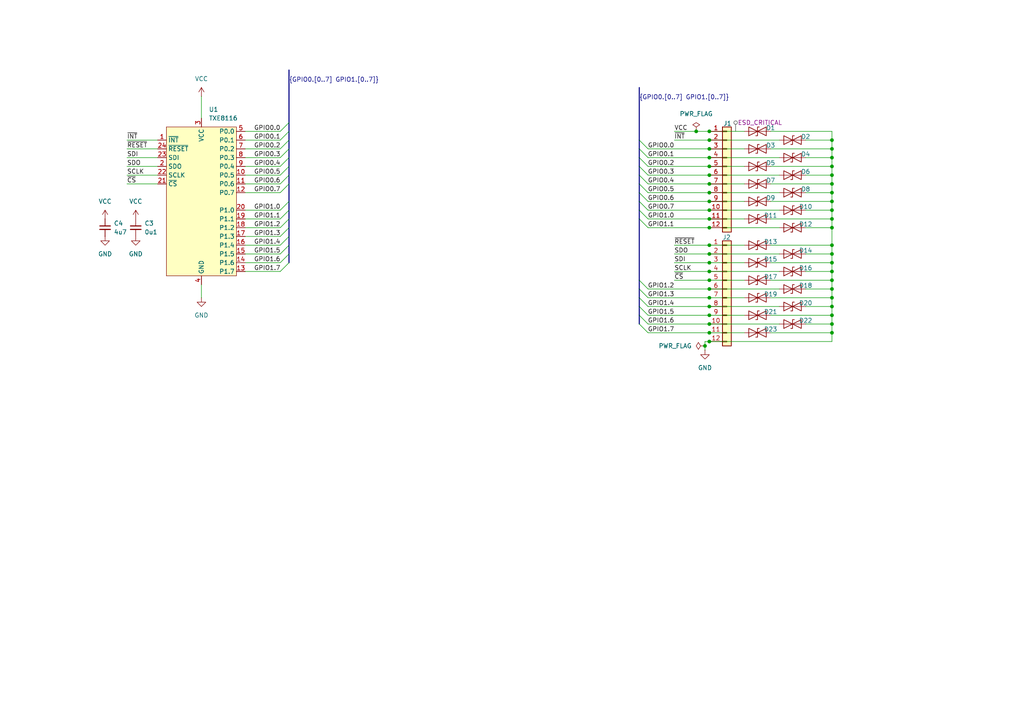
<source format=kicad_sch>
(kicad_sch
	(version 20250114)
	(generator "eeschema")
	(generator_version "9.0")
	(uuid "07123eb2-095c-4276-b37d-21a84783f032")
	(paper "A4")
	(lib_symbols
		(symbol "Connector_Generic:Conn_01x12"
			(pin_names
				(offset 1.016)
				(hide yes)
			)
			(exclude_from_sim no)
			(in_bom yes)
			(on_board yes)
			(property "Reference" "J"
				(at 0 15.24 0)
				(effects
					(font
						(size 1.27 1.27)
					)
				)
			)
			(property "Value" "Conn_01x12"
				(at 0 -17.78 0)
				(effects
					(font
						(size 1.27 1.27)
					)
				)
			)
			(property "Footprint" ""
				(at 0 0 0)
				(effects
					(font
						(size 1.27 1.27)
					)
					(hide yes)
				)
			)
			(property "Datasheet" "~"
				(at 0 0 0)
				(effects
					(font
						(size 1.27 1.27)
					)
					(hide yes)
				)
			)
			(property "Description" "Generic connector, single row, 01x12, script generated (kicad-library-utils/schlib/autogen/connector/)"
				(at 0 0 0)
				(effects
					(font
						(size 1.27 1.27)
					)
					(hide yes)
				)
			)
			(property "ki_keywords" "connector"
				(at 0 0 0)
				(effects
					(font
						(size 1.27 1.27)
					)
					(hide yes)
				)
			)
			(property "ki_fp_filters" "Connector*:*_1x??_*"
				(at 0 0 0)
				(effects
					(font
						(size 1.27 1.27)
					)
					(hide yes)
				)
			)
			(symbol "Conn_01x12_1_1"
				(rectangle
					(start -1.27 13.97)
					(end 1.27 -16.51)
					(stroke
						(width 0.254)
						(type default)
					)
					(fill
						(type background)
					)
				)
				(rectangle
					(start -1.27 12.827)
					(end 0 12.573)
					(stroke
						(width 0.1524)
						(type default)
					)
					(fill
						(type none)
					)
				)
				(rectangle
					(start -1.27 10.287)
					(end 0 10.033)
					(stroke
						(width 0.1524)
						(type default)
					)
					(fill
						(type none)
					)
				)
				(rectangle
					(start -1.27 7.747)
					(end 0 7.493)
					(stroke
						(width 0.1524)
						(type default)
					)
					(fill
						(type none)
					)
				)
				(rectangle
					(start -1.27 5.207)
					(end 0 4.953)
					(stroke
						(width 0.1524)
						(type default)
					)
					(fill
						(type none)
					)
				)
				(rectangle
					(start -1.27 2.667)
					(end 0 2.413)
					(stroke
						(width 0.1524)
						(type default)
					)
					(fill
						(type none)
					)
				)
				(rectangle
					(start -1.27 0.127)
					(end 0 -0.127)
					(stroke
						(width 0.1524)
						(type default)
					)
					(fill
						(type none)
					)
				)
				(rectangle
					(start -1.27 -2.413)
					(end 0 -2.667)
					(stroke
						(width 0.1524)
						(type default)
					)
					(fill
						(type none)
					)
				)
				(rectangle
					(start -1.27 -4.953)
					(end 0 -5.207)
					(stroke
						(width 0.1524)
						(type default)
					)
					(fill
						(type none)
					)
				)
				(rectangle
					(start -1.27 -7.493)
					(end 0 -7.747)
					(stroke
						(width 0.1524)
						(type default)
					)
					(fill
						(type none)
					)
				)
				(rectangle
					(start -1.27 -10.033)
					(end 0 -10.287)
					(stroke
						(width 0.1524)
						(type default)
					)
					(fill
						(type none)
					)
				)
				(rectangle
					(start -1.27 -12.573)
					(end 0 -12.827)
					(stroke
						(width 0.1524)
						(type default)
					)
					(fill
						(type none)
					)
				)
				(rectangle
					(start -1.27 -15.113)
					(end 0 -15.367)
					(stroke
						(width 0.1524)
						(type default)
					)
					(fill
						(type none)
					)
				)
				(pin passive line
					(at -5.08 12.7 0)
					(length 3.81)
					(name "Pin_1"
						(effects
							(font
								(size 1.27 1.27)
							)
						)
					)
					(number "1"
						(effects
							(font
								(size 1.27 1.27)
							)
						)
					)
				)
				(pin passive line
					(at -5.08 10.16 0)
					(length 3.81)
					(name "Pin_2"
						(effects
							(font
								(size 1.27 1.27)
							)
						)
					)
					(number "2"
						(effects
							(font
								(size 1.27 1.27)
							)
						)
					)
				)
				(pin passive line
					(at -5.08 7.62 0)
					(length 3.81)
					(name "Pin_3"
						(effects
							(font
								(size 1.27 1.27)
							)
						)
					)
					(number "3"
						(effects
							(font
								(size 1.27 1.27)
							)
						)
					)
				)
				(pin passive line
					(at -5.08 5.08 0)
					(length 3.81)
					(name "Pin_4"
						(effects
							(font
								(size 1.27 1.27)
							)
						)
					)
					(number "4"
						(effects
							(font
								(size 1.27 1.27)
							)
						)
					)
				)
				(pin passive line
					(at -5.08 2.54 0)
					(length 3.81)
					(name "Pin_5"
						(effects
							(font
								(size 1.27 1.27)
							)
						)
					)
					(number "5"
						(effects
							(font
								(size 1.27 1.27)
							)
						)
					)
				)
				(pin passive line
					(at -5.08 0 0)
					(length 3.81)
					(name "Pin_6"
						(effects
							(font
								(size 1.27 1.27)
							)
						)
					)
					(number "6"
						(effects
							(font
								(size 1.27 1.27)
							)
						)
					)
				)
				(pin passive line
					(at -5.08 -2.54 0)
					(length 3.81)
					(name "Pin_7"
						(effects
							(font
								(size 1.27 1.27)
							)
						)
					)
					(number "7"
						(effects
							(font
								(size 1.27 1.27)
							)
						)
					)
				)
				(pin passive line
					(at -5.08 -5.08 0)
					(length 3.81)
					(name "Pin_8"
						(effects
							(font
								(size 1.27 1.27)
							)
						)
					)
					(number "8"
						(effects
							(font
								(size 1.27 1.27)
							)
						)
					)
				)
				(pin passive line
					(at -5.08 -7.62 0)
					(length 3.81)
					(name "Pin_9"
						(effects
							(font
								(size 1.27 1.27)
							)
						)
					)
					(number "9"
						(effects
							(font
								(size 1.27 1.27)
							)
						)
					)
				)
				(pin passive line
					(at -5.08 -10.16 0)
					(length 3.81)
					(name "Pin_10"
						(effects
							(font
								(size 1.27 1.27)
							)
						)
					)
					(number "10"
						(effects
							(font
								(size 1.27 1.27)
							)
						)
					)
				)
				(pin passive line
					(at -5.08 -12.7 0)
					(length 3.81)
					(name "Pin_11"
						(effects
							(font
								(size 1.27 1.27)
							)
						)
					)
					(number "11"
						(effects
							(font
								(size 1.27 1.27)
							)
						)
					)
				)
				(pin passive line
					(at -5.08 -15.24 0)
					(length 3.81)
					(name "Pin_12"
						(effects
							(font
								(size 1.27 1.27)
							)
						)
					)
					(number "12"
						(effects
							(font
								(size 1.27 1.27)
							)
						)
					)
				)
			)
			(embedded_fonts no)
		)
		(symbol "Device:C_Small"
			(pin_numbers
				(hide yes)
			)
			(pin_names
				(offset 0.254)
				(hide yes)
			)
			(exclude_from_sim no)
			(in_bom yes)
			(on_board yes)
			(property "Reference" "C"
				(at 0.254 1.778 0)
				(effects
					(font
						(size 1.27 1.27)
					)
					(justify left)
				)
			)
			(property "Value" "C_Small"
				(at 0.254 -2.032 0)
				(effects
					(font
						(size 1.27 1.27)
					)
					(justify left)
				)
			)
			(property "Footprint" ""
				(at 0 0 0)
				(effects
					(font
						(size 1.27 1.27)
					)
					(hide yes)
				)
			)
			(property "Datasheet" "~"
				(at 0 0 0)
				(effects
					(font
						(size 1.27 1.27)
					)
					(hide yes)
				)
			)
			(property "Description" "Unpolarized capacitor, small symbol"
				(at 0 0 0)
				(effects
					(font
						(size 1.27 1.27)
					)
					(hide yes)
				)
			)
			(property "ki_keywords" "capacitor cap"
				(at 0 0 0)
				(effects
					(font
						(size 1.27 1.27)
					)
					(hide yes)
				)
			)
			(property "ki_fp_filters" "C_*"
				(at 0 0 0)
				(effects
					(font
						(size 1.27 1.27)
					)
					(hide yes)
				)
			)
			(symbol "C_Small_0_1"
				(polyline
					(pts
						(xy -1.524 0.508) (xy 1.524 0.508)
					)
					(stroke
						(width 0.3048)
						(type default)
					)
					(fill
						(type none)
					)
				)
				(polyline
					(pts
						(xy -1.524 -0.508) (xy 1.524 -0.508)
					)
					(stroke
						(width 0.3302)
						(type default)
					)
					(fill
						(type none)
					)
				)
			)
			(symbol "C_Small_1_1"
				(pin passive line
					(at 0 2.54 270)
					(length 2.032)
					(name "~"
						(effects
							(font
								(size 1.27 1.27)
							)
						)
					)
					(number "1"
						(effects
							(font
								(size 1.27 1.27)
							)
						)
					)
				)
				(pin passive line
					(at 0 -2.54 90)
					(length 2.032)
					(name "~"
						(effects
							(font
								(size 1.27 1.27)
							)
						)
					)
					(number "2"
						(effects
							(font
								(size 1.27 1.27)
							)
						)
					)
				)
			)
			(embedded_fonts no)
		)
		(symbol "Diode:ESD9B5.0ST5G"
			(pin_numbers
				(hide yes)
			)
			(pin_names
				(offset 1.016)
				(hide yes)
			)
			(exclude_from_sim no)
			(in_bom yes)
			(on_board yes)
			(property "Reference" "D"
				(at 0 2.54 0)
				(effects
					(font
						(size 1.27 1.27)
					)
				)
			)
			(property "Value" "ESD9B5.0ST5G"
				(at 0 -2.54 0)
				(effects
					(font
						(size 1.27 1.27)
					)
				)
			)
			(property "Footprint" "Diode_SMD:D_SOD-923"
				(at 0 0 0)
				(effects
					(font
						(size 1.27 1.27)
					)
					(hide yes)
				)
			)
			(property "Datasheet" "https://www.onsemi.com/pub/Collateral/ESD9B-D.PDF"
				(at 0 0 0)
				(effects
					(font
						(size 1.27 1.27)
					)
					(hide yes)
				)
			)
			(property "Description" "ESD protection diode, 5.0Vrwm, SOD-923"
				(at 0 0 0)
				(effects
					(font
						(size 1.27 1.27)
					)
					(hide yes)
				)
			)
			(property "ki_keywords" "diode TVS ESD"
				(at 0 0 0)
				(effects
					(font
						(size 1.27 1.27)
					)
					(hide yes)
				)
			)
			(property "ki_fp_filters" "D*SOD?923*"
				(at 0 0 0)
				(effects
					(font
						(size 1.27 1.27)
					)
					(hide yes)
				)
			)
			(symbol "ESD9B5.0ST5G_0_1"
				(polyline
					(pts
						(xy -2.54 -1.27) (xy 0 0) (xy -2.54 1.27) (xy -2.54 -1.27)
					)
					(stroke
						(width 0.2032)
						(type default)
					)
					(fill
						(type none)
					)
				)
				(polyline
					(pts
						(xy 0.508 1.27) (xy 0 1.27) (xy 0 -1.27) (xy -0.508 -1.27)
					)
					(stroke
						(width 0.2032)
						(type default)
					)
					(fill
						(type none)
					)
				)
				(polyline
					(pts
						(xy 1.27 0) (xy -1.27 0)
					)
					(stroke
						(width 0)
						(type default)
					)
					(fill
						(type none)
					)
				)
				(polyline
					(pts
						(xy 2.54 1.27) (xy 2.54 -1.27) (xy 0 0) (xy 2.54 1.27)
					)
					(stroke
						(width 0.2032)
						(type default)
					)
					(fill
						(type none)
					)
				)
			)
			(symbol "ESD9B5.0ST5G_1_1"
				(pin passive line
					(at -3.81 0 0)
					(length 2.54)
					(name "A1"
						(effects
							(font
								(size 1.27 1.27)
							)
						)
					)
					(number "1"
						(effects
							(font
								(size 1.27 1.27)
							)
						)
					)
				)
				(pin passive line
					(at 3.81 0 180)
					(length 2.54)
					(name "A2"
						(effects
							(font
								(size 1.27 1.27)
							)
						)
					)
					(number "2"
						(effects
							(font
								(size 1.27 1.27)
							)
						)
					)
				)
			)
			(embedded_fonts no)
		)
		(symbol "power:GND"
			(power)
			(pin_numbers
				(hide yes)
			)
			(pin_names
				(offset 0)
				(hide yes)
			)
			(exclude_from_sim no)
			(in_bom yes)
			(on_board yes)
			(property "Reference" "#PWR"
				(at 0 -6.35 0)
				(effects
					(font
						(size 1.27 1.27)
					)
					(hide yes)
				)
			)
			(property "Value" "GND"
				(at 0 -3.81 0)
				(effects
					(font
						(size 1.27 1.27)
					)
				)
			)
			(property "Footprint" ""
				(at 0 0 0)
				(effects
					(font
						(size 1.27 1.27)
					)
					(hide yes)
				)
			)
			(property "Datasheet" ""
				(at 0 0 0)
				(effects
					(font
						(size 1.27 1.27)
					)
					(hide yes)
				)
			)
			(property "Description" "Power symbol creates a global label with name \"GND\" , ground"
				(at 0 0 0)
				(effects
					(font
						(size 1.27 1.27)
					)
					(hide yes)
				)
			)
			(property "ki_keywords" "global power"
				(at 0 0 0)
				(effects
					(font
						(size 1.27 1.27)
					)
					(hide yes)
				)
			)
			(symbol "GND_0_1"
				(polyline
					(pts
						(xy 0 0) (xy 0 -1.27) (xy 1.27 -1.27) (xy 0 -2.54) (xy -1.27 -1.27) (xy 0 -1.27)
					)
					(stroke
						(width 0)
						(type default)
					)
					(fill
						(type none)
					)
				)
			)
			(symbol "GND_1_1"
				(pin power_in line
					(at 0 0 270)
					(length 0)
					(name "~"
						(effects
							(font
								(size 1.27 1.27)
							)
						)
					)
					(number "1"
						(effects
							(font
								(size 1.27 1.27)
							)
						)
					)
				)
			)
			(embedded_fonts no)
		)
		(symbol "power:PWR_FLAG"
			(power)
			(pin_numbers
				(hide yes)
			)
			(pin_names
				(offset 0)
				(hide yes)
			)
			(exclude_from_sim no)
			(in_bom yes)
			(on_board yes)
			(property "Reference" "#FLG"
				(at 0 1.905 0)
				(effects
					(font
						(size 1.27 1.27)
					)
					(hide yes)
				)
			)
			(property "Value" "PWR_FLAG"
				(at 0 3.81 0)
				(effects
					(font
						(size 1.27 1.27)
					)
				)
			)
			(property "Footprint" ""
				(at 0 0 0)
				(effects
					(font
						(size 1.27 1.27)
					)
					(hide yes)
				)
			)
			(property "Datasheet" "~"
				(at 0 0 0)
				(effects
					(font
						(size 1.27 1.27)
					)
					(hide yes)
				)
			)
			(property "Description" "Special symbol for telling ERC where power comes from"
				(at 0 0 0)
				(effects
					(font
						(size 1.27 1.27)
					)
					(hide yes)
				)
			)
			(property "ki_keywords" "flag power"
				(at 0 0 0)
				(effects
					(font
						(size 1.27 1.27)
					)
					(hide yes)
				)
			)
			(symbol "PWR_FLAG_0_0"
				(pin power_out line
					(at 0 0 90)
					(length 0)
					(name "~"
						(effects
							(font
								(size 1.27 1.27)
							)
						)
					)
					(number "1"
						(effects
							(font
								(size 1.27 1.27)
							)
						)
					)
				)
			)
			(symbol "PWR_FLAG_0_1"
				(polyline
					(pts
						(xy 0 0) (xy 0 1.27) (xy -1.016 1.905) (xy 0 2.54) (xy 1.016 1.905) (xy 0 1.27)
					)
					(stroke
						(width 0)
						(type default)
					)
					(fill
						(type none)
					)
				)
			)
			(embedded_fonts no)
		)
		(symbol "power:VCC"
			(power)
			(pin_numbers
				(hide yes)
			)
			(pin_names
				(offset 0)
				(hide yes)
			)
			(exclude_from_sim no)
			(in_bom yes)
			(on_board yes)
			(property "Reference" "#PWR"
				(at 0 -3.81 0)
				(effects
					(font
						(size 1.27 1.27)
					)
					(hide yes)
				)
			)
			(property "Value" "VCC"
				(at 0 3.556 0)
				(effects
					(font
						(size 1.27 1.27)
					)
				)
			)
			(property "Footprint" ""
				(at 0 0 0)
				(effects
					(font
						(size 1.27 1.27)
					)
					(hide yes)
				)
			)
			(property "Datasheet" ""
				(at 0 0 0)
				(effects
					(font
						(size 1.27 1.27)
					)
					(hide yes)
				)
			)
			(property "Description" "Power symbol creates a global label with name \"VCC\""
				(at 0 0 0)
				(effects
					(font
						(size 1.27 1.27)
					)
					(hide yes)
				)
			)
			(property "ki_keywords" "global power"
				(at 0 0 0)
				(effects
					(font
						(size 1.27 1.27)
					)
					(hide yes)
				)
			)
			(symbol "VCC_0_1"
				(polyline
					(pts
						(xy -0.762 1.27) (xy 0 2.54)
					)
					(stroke
						(width 0)
						(type default)
					)
					(fill
						(type none)
					)
				)
				(polyline
					(pts
						(xy 0 2.54) (xy 0.762 1.27)
					)
					(stroke
						(width 0)
						(type default)
					)
					(fill
						(type none)
					)
				)
				(polyline
					(pts
						(xy 0 0) (xy 0 2.54)
					)
					(stroke
						(width 0)
						(type default)
					)
					(fill
						(type none)
					)
				)
			)
			(symbol "VCC_1_1"
				(pin power_in line
					(at 0 0 90)
					(length 0)
					(name "~"
						(effects
							(font
								(size 1.27 1.27)
							)
						)
					)
					(number "1"
						(effects
							(font
								(size 1.27 1.27)
							)
						)
					)
				)
			)
			(embedded_fonts no)
		)
		(symbol "txe8116:TXE8116"
			(exclude_from_sim no)
			(in_bom yes)
			(on_board yes)
			(property "Reference" "U"
				(at -10.16 21.844 0)
				(effects
					(font
						(size 1.27 1.27)
					)
					(justify left bottom)
				)
			)
			(property "Value" "TXE8116"
				(at 10.16 21.844 0)
				(effects
					(font
						(size 1.27 1.27)
					)
					(justify right bottom)
				)
			)
			(property "Footprint" "txe8116:Texas_DGS0024A_TSSOP-24_3x6.1mm_P0.5mm"
				(at 0 0 0)
				(effects
					(font
						(size 1.27 1.27)
					)
					(hide yes)
				)
			)
			(property "Datasheet" "https://www.ti.com/lit/ds/symlink/txe8116.pdf"
				(at 0 0 0)
				(effects
					(font
						(size 1.27 1.27)
					)
					(hide yes)
				)
			)
			(property "Description" "16-Bit SPI Bus I/O Expander with Interrupt Output, Reset Input"
				(at 0 0 0)
				(effects
					(font
						(size 1.27 1.27)
					)
					(hide yes)
				)
			)
			(property "ki_fp_filters" "*DGS*"
				(at 0 0 0)
				(effects
					(font
						(size 1.27 1.27)
					)
					(hide yes)
				)
			)
			(symbol "TXE8116_1_1"
				(rectangle
					(start -10.16 21.59)
					(end 10.16 -21.59)
					(stroke
						(width 0)
						(type solid)
					)
					(fill
						(type background)
					)
				)
				(pin output line
					(at -12.7 17.78 0)
					(length 2.54)
					(name "~{INT}"
						(effects
							(font
								(size 1.27 1.27)
							)
						)
					)
					(number "1"
						(effects
							(font
								(size 1.27 1.27)
							)
						)
					)
				)
				(pin input line
					(at -12.7 15.24 0)
					(length 2.54)
					(name "~{RESET}"
						(effects
							(font
								(size 1.27 1.27)
							)
						)
					)
					(number "24"
						(effects
							(font
								(size 1.27 1.27)
							)
						)
					)
				)
				(pin input line
					(at -12.7 12.7 0)
					(length 2.54)
					(name "SDI"
						(effects
							(font
								(size 1.27 1.27)
							)
						)
					)
					(number "23"
						(effects
							(font
								(size 1.27 1.27)
							)
						)
					)
				)
				(pin output line
					(at -12.7 10.16 0)
					(length 2.54)
					(name "SDO"
						(effects
							(font
								(size 1.27 1.27)
							)
						)
					)
					(number "2"
						(effects
							(font
								(size 1.27 1.27)
							)
						)
					)
				)
				(pin input line
					(at -12.7 7.62 0)
					(length 2.54)
					(name "SCLK"
						(effects
							(font
								(size 1.27 1.27)
							)
						)
					)
					(number "22"
						(effects
							(font
								(size 1.27 1.27)
							)
						)
					)
				)
				(pin input line
					(at -12.7 5.08 0)
					(length 2.54)
					(name "~{CS}"
						(effects
							(font
								(size 1.27 1.27)
							)
						)
					)
					(number "21"
						(effects
							(font
								(size 1.27 1.27)
							)
						)
					)
				)
				(pin power_in line
					(at 0 24.13 270)
					(length 2.54)
					(name "VCC"
						(effects
							(font
								(size 1.27 1.27)
							)
						)
					)
					(number "3"
						(effects
							(font
								(size 1.27 1.27)
							)
						)
					)
				)
				(pin power_in line
					(at 0 -24.13 90)
					(length 2.54)
					(name "GND"
						(effects
							(font
								(size 1.27 1.27)
							)
						)
					)
					(number "4"
						(effects
							(font
								(size 1.27 1.27)
							)
						)
					)
				)
				(pin bidirectional line
					(at 12.7 20.32 180)
					(length 2.54)
					(name "P0.0"
						(effects
							(font
								(size 1.27 1.27)
							)
						)
					)
					(number "5"
						(effects
							(font
								(size 1.27 1.27)
							)
						)
					)
				)
				(pin bidirectional line
					(at 12.7 17.78 180)
					(length 2.54)
					(name "P0.1"
						(effects
							(font
								(size 1.27 1.27)
							)
						)
					)
					(number "6"
						(effects
							(font
								(size 1.27 1.27)
							)
						)
					)
				)
				(pin bidirectional line
					(at 12.7 15.24 180)
					(length 2.54)
					(name "P0.2"
						(effects
							(font
								(size 1.27 1.27)
							)
						)
					)
					(number "7"
						(effects
							(font
								(size 1.27 1.27)
							)
						)
					)
				)
				(pin bidirectional line
					(at 12.7 12.7 180)
					(length 2.54)
					(name "P0.3"
						(effects
							(font
								(size 1.27 1.27)
							)
						)
					)
					(number "8"
						(effects
							(font
								(size 1.27 1.27)
							)
						)
					)
				)
				(pin bidirectional line
					(at 12.7 10.16 180)
					(length 2.54)
					(name "P0.4"
						(effects
							(font
								(size 1.27 1.27)
							)
						)
					)
					(number "9"
						(effects
							(font
								(size 1.27 1.27)
							)
						)
					)
				)
				(pin bidirectional line
					(at 12.7 7.62 180)
					(length 2.54)
					(name "P0.5"
						(effects
							(font
								(size 1.27 1.27)
							)
						)
					)
					(number "10"
						(effects
							(font
								(size 1.27 1.27)
							)
						)
					)
				)
				(pin bidirectional line
					(at 12.7 5.08 180)
					(length 2.54)
					(name "P0.6"
						(effects
							(font
								(size 1.27 1.27)
							)
						)
					)
					(number "11"
						(effects
							(font
								(size 1.27 1.27)
							)
						)
					)
				)
				(pin bidirectional line
					(at 12.7 2.54 180)
					(length 2.54)
					(name "P0.7"
						(effects
							(font
								(size 1.27 1.27)
							)
						)
					)
					(number "12"
						(effects
							(font
								(size 1.27 1.27)
							)
						)
					)
				)
				(pin bidirectional line
					(at 12.7 -2.54 180)
					(length 2.54)
					(name "P1.0"
						(effects
							(font
								(size 1.27 1.27)
							)
						)
					)
					(number "20"
						(effects
							(font
								(size 1.27 1.27)
							)
						)
					)
				)
				(pin bidirectional line
					(at 12.7 -5.08 180)
					(length 2.54)
					(name "P1.1"
						(effects
							(font
								(size 1.27 1.27)
							)
						)
					)
					(number "19"
						(effects
							(font
								(size 1.27 1.27)
							)
						)
					)
				)
				(pin bidirectional line
					(at 12.7 -7.62 180)
					(length 2.54)
					(name "P1.2"
						(effects
							(font
								(size 1.27 1.27)
							)
						)
					)
					(number "18"
						(effects
							(font
								(size 1.27 1.27)
							)
						)
					)
				)
				(pin bidirectional line
					(at 12.7 -10.16 180)
					(length 2.54)
					(name "P1.3"
						(effects
							(font
								(size 1.27 1.27)
							)
						)
					)
					(number "17"
						(effects
							(font
								(size 1.27 1.27)
							)
						)
					)
				)
				(pin bidirectional line
					(at 12.7 -12.7 180)
					(length 2.54)
					(name "P1.4"
						(effects
							(font
								(size 1.27 1.27)
							)
						)
					)
					(number "16"
						(effects
							(font
								(size 1.27 1.27)
							)
						)
					)
				)
				(pin bidirectional line
					(at 12.7 -15.24 180)
					(length 2.54)
					(name "P1.5"
						(effects
							(font
								(size 1.27 1.27)
							)
						)
					)
					(number "15"
						(effects
							(font
								(size 1.27 1.27)
							)
						)
					)
				)
				(pin bidirectional line
					(at 12.7 -17.78 180)
					(length 2.54)
					(name "P1.6"
						(effects
							(font
								(size 1.27 1.27)
							)
						)
					)
					(number "14"
						(effects
							(font
								(size 1.27 1.27)
							)
						)
					)
				)
				(pin bidirectional line
					(at 12.7 -20.32 180)
					(length 2.54)
					(name "P1.7"
						(effects
							(font
								(size 1.27 1.27)
							)
						)
					)
					(number "13"
						(effects
							(font
								(size 1.27 1.27)
							)
						)
					)
				)
			)
			(embedded_fonts no)
		)
	)
	(junction
		(at 241.3 48.26)
		(diameter 0)
		(color 0 0 0 0)
		(uuid "02e440d4-b0be-4b45-9b7f-edcfd0cb9a01")
	)
	(junction
		(at 241.3 86.36)
		(diameter 0)
		(color 0 0 0 0)
		(uuid "07271bab-ed5a-4248-8918-6bcde371c9c7")
	)
	(junction
		(at 205.74 45.72)
		(diameter 0)
		(color 0 0 0 0)
		(uuid "07ca633f-e726-46eb-ab3b-cc29332b42d6")
	)
	(junction
		(at 205.74 55.88)
		(diameter 0)
		(color 0 0 0 0)
		(uuid "0c3ff1d6-2ba1-4ba3-b115-7021eed1c8fd")
	)
	(junction
		(at 205.74 83.82)
		(diameter 0)
		(color 0 0 0 0)
		(uuid "10756b79-5d3e-4217-9dde-4bfb809aad14")
	)
	(junction
		(at 241.3 58.42)
		(diameter 0)
		(color 0 0 0 0)
		(uuid "140977b4-6970-42d9-946e-640601fbbf6d")
	)
	(junction
		(at 205.74 50.8)
		(diameter 0)
		(color 0 0 0 0)
		(uuid "18e4dd22-ccfb-4fb6-b00a-6af8163cb2d7")
	)
	(junction
		(at 205.74 66.04)
		(diameter 0)
		(color 0 0 0 0)
		(uuid "1e23bd7c-d0bd-427e-81ec-7db31382779c")
	)
	(junction
		(at 205.74 78.74)
		(diameter 0)
		(color 0 0 0 0)
		(uuid "254f7de4-29c1-41a6-a07d-7e2844b00e98")
	)
	(junction
		(at 241.3 73.66)
		(diameter 0)
		(color 0 0 0 0)
		(uuid "27222237-bdaa-463d-b975-0ec612190d2a")
	)
	(junction
		(at 241.3 78.74)
		(diameter 0)
		(color 0 0 0 0)
		(uuid "38a8e67b-b424-48db-9b6d-eedefa5cd85c")
	)
	(junction
		(at 205.74 91.44)
		(diameter 0)
		(color 0 0 0 0)
		(uuid "3ebe1e26-9953-4fcc-8dfc-6ced835b94d6")
	)
	(junction
		(at 201.93 38.1)
		(diameter 0)
		(color 0 0 0 0)
		(uuid "41cf6c4a-2c8c-4f0e-ac92-e39c04da4917")
	)
	(junction
		(at 205.74 58.42)
		(diameter 0)
		(color 0 0 0 0)
		(uuid "458061bd-9b08-46c2-b6e2-6d672c6a65e1")
	)
	(junction
		(at 241.3 60.96)
		(diameter 0)
		(color 0 0 0 0)
		(uuid "4c90bfae-eb44-4258-bf91-1873fc799966")
	)
	(junction
		(at 241.3 71.12)
		(diameter 0)
		(color 0 0 0 0)
		(uuid "4d5c437c-55cc-4ce5-bd47-a16374f4db4c")
	)
	(junction
		(at 205.74 88.9)
		(diameter 0)
		(color 0 0 0 0)
		(uuid "4e31f511-3db1-4d4a-8fd6-7cc0a4945da7")
	)
	(junction
		(at 241.3 53.34)
		(diameter 0)
		(color 0 0 0 0)
		(uuid "50eef928-5e52-4671-b20d-26f0a278842d")
	)
	(junction
		(at 205.74 43.18)
		(diameter 0)
		(color 0 0 0 0)
		(uuid "54b8182e-f66d-43af-8d17-da89e0b2f7b3")
	)
	(junction
		(at 241.3 40.64)
		(diameter 0)
		(color 0 0 0 0)
		(uuid "5b87086c-0b09-4496-a34e-61f5c61ed938")
	)
	(junction
		(at 241.3 50.8)
		(diameter 0)
		(color 0 0 0 0)
		(uuid "66f7812a-04a3-43e6-9b07-70a1be44683e")
	)
	(junction
		(at 241.3 91.44)
		(diameter 0)
		(color 0 0 0 0)
		(uuid "69740b99-b957-4087-83b6-8b77a072195f")
	)
	(junction
		(at 241.3 96.52)
		(diameter 0)
		(color 0 0 0 0)
		(uuid "70ca86d0-cfab-4404-a200-f0871f280a77")
	)
	(junction
		(at 205.74 96.52)
		(diameter 0)
		(color 0 0 0 0)
		(uuid "759dff31-45ee-489c-8c9b-fcaebad629af")
	)
	(junction
		(at 205.74 40.64)
		(diameter 0)
		(color 0 0 0 0)
		(uuid "7a9e0b71-b79c-417f-a189-c3372977386a")
	)
	(junction
		(at 205.74 38.1)
		(diameter 0)
		(color 0 0 0 0)
		(uuid "8721043d-ad3e-4c1a-915c-33a75aae54c8")
	)
	(junction
		(at 205.74 73.66)
		(diameter 0)
		(color 0 0 0 0)
		(uuid "8729b616-4e8b-45c1-a638-527f0575af3f")
	)
	(junction
		(at 205.74 71.12)
		(diameter 0)
		(color 0 0 0 0)
		(uuid "8b060bca-774f-40c8-913a-49d592161239")
	)
	(junction
		(at 241.3 43.18)
		(diameter 0)
		(color 0 0 0 0)
		(uuid "8c6c8683-ca8a-4bd1-bc58-b4cdedc99099")
	)
	(junction
		(at 241.3 66.04)
		(diameter 0)
		(color 0 0 0 0)
		(uuid "960689c3-c6d0-4460-be03-02a80727d8b4")
	)
	(junction
		(at 205.74 99.06)
		(diameter 0)
		(color 0 0 0 0)
		(uuid "9763498a-2b55-4c19-aafe-aac806e54b5a")
	)
	(junction
		(at 205.74 81.28)
		(diameter 0)
		(color 0 0 0 0)
		(uuid "ab7d6650-1944-4513-b801-d7705262ceb8")
	)
	(junction
		(at 241.3 83.82)
		(diameter 0)
		(color 0 0 0 0)
		(uuid "b4cff222-c57d-4507-a2a3-0f3d12a54548")
	)
	(junction
		(at 241.3 63.5)
		(diameter 0)
		(color 0 0 0 0)
		(uuid "b63977d4-d860-4a21-9585-2b19588d75e7")
	)
	(junction
		(at 241.3 88.9)
		(diameter 0)
		(color 0 0 0 0)
		(uuid "b9d67632-6dca-4e1e-ab72-e3af7a9dfd22")
	)
	(junction
		(at 205.74 63.5)
		(diameter 0)
		(color 0 0 0 0)
		(uuid "bac700bb-25e4-418a-98b2-db482a37f767")
	)
	(junction
		(at 241.3 76.2)
		(diameter 0)
		(color 0 0 0 0)
		(uuid "bccd061d-39a5-4b2f-ae2e-90393cdb1cb1")
	)
	(junction
		(at 241.3 93.98)
		(diameter 0)
		(color 0 0 0 0)
		(uuid "bd0afb5f-0323-482e-9539-f3deb147e831")
	)
	(junction
		(at 241.3 55.88)
		(diameter 0)
		(color 0 0 0 0)
		(uuid "bfe84eb6-3309-4331-89bd-fc0e266860ae")
	)
	(junction
		(at 205.74 93.98)
		(diameter 0)
		(color 0 0 0 0)
		(uuid "c2fdfb0e-7bac-408c-bc70-629e81d0e257")
	)
	(junction
		(at 205.74 53.34)
		(diameter 0)
		(color 0 0 0 0)
		(uuid "c5748188-f731-4db3-b1ea-34523003e3c5")
	)
	(junction
		(at 241.3 45.72)
		(diameter 0)
		(color 0 0 0 0)
		(uuid "cf804caf-a39f-4e8f-a933-88fcb37d1543")
	)
	(junction
		(at 205.74 60.96)
		(diameter 0)
		(color 0 0 0 0)
		(uuid "d4a088da-f448-41a9-ac38-fbf580739e3c")
	)
	(junction
		(at 241.3 81.28)
		(diameter 0)
		(color 0 0 0 0)
		(uuid "e4656935-1571-47d2-8dc0-7356d2d3676f")
	)
	(junction
		(at 205.74 76.2)
		(diameter 0)
		(color 0 0 0 0)
		(uuid "e869f63c-3db5-4348-bf7e-8062648a1261")
	)
	(junction
		(at 205.74 48.26)
		(diameter 0)
		(color 0 0 0 0)
		(uuid "edb54d5c-bb74-43f4-a86d-589fff0e208f")
	)
	(junction
		(at 205.74 86.36)
		(diameter 0)
		(color 0 0 0 0)
		(uuid "f150c76e-33d4-4dc9-ad90-6efa4742163b")
	)
	(junction
		(at 204.47 100.33)
		(diameter 0)
		(color 0 0 0 0)
		(uuid "fe400dbb-eae1-4efc-8b7e-1e00c5693e12")
	)
	(bus_entry
		(at 185.42 63.5)
		(size 2.54 2.54)
		(stroke
			(width 0)
			(type default)
		)
		(uuid "07776c7a-9717-42ec-9200-ccbbf5fd8b02")
	)
	(bus_entry
		(at 83.82 73.66)
		(size -2.54 2.54)
		(stroke
			(width 0)
			(type default)
		)
		(uuid "07dacb2a-b2fd-4ea2-b31b-8efea40ad113")
	)
	(bus_entry
		(at 185.42 81.28)
		(size 2.54 2.54)
		(stroke
			(width 0)
			(type default)
		)
		(uuid "157147a7-0a29-49cb-aa94-062433d47ec9")
	)
	(bus_entry
		(at 185.42 43.18)
		(size 2.54 2.54)
		(stroke
			(width 0)
			(type default)
		)
		(uuid "1a288860-40b7-455b-a8ef-1741aed8a084")
	)
	(bus_entry
		(at 185.42 86.36)
		(size 2.54 2.54)
		(stroke
			(width 0)
			(type default)
		)
		(uuid "23a1ccea-ea6a-4666-b073-053280ec9aef")
	)
	(bus_entry
		(at 185.42 58.42)
		(size 2.54 2.54)
		(stroke
			(width 0)
			(type default)
		)
		(uuid "26c2179d-63a8-4e14-92a8-bf2e859c873a")
	)
	(bus_entry
		(at 83.82 71.12)
		(size -2.54 2.54)
		(stroke
			(width 0)
			(type default)
		)
		(uuid "4650f165-ccbb-4aa7-bf6c-68d25196110d")
	)
	(bus_entry
		(at 185.42 40.64)
		(size 2.54 2.54)
		(stroke
			(width 0)
			(type default)
		)
		(uuid "4751dc2d-f1e4-41f1-bf5e-529b6f268825")
	)
	(bus_entry
		(at 185.42 83.82)
		(size 2.54 2.54)
		(stroke
			(width 0)
			(type default)
		)
		(uuid "559c3ac9-f095-4df5-87d5-58c7180717f9")
	)
	(bus_entry
		(at 83.82 43.18)
		(size -2.54 2.54)
		(stroke
			(width 0)
			(type default)
		)
		(uuid "5a3efaa8-1c77-459f-a4c3-ee4fde974a23")
	)
	(bus_entry
		(at 185.42 93.98)
		(size 2.54 2.54)
		(stroke
			(width 0)
			(type default)
		)
		(uuid "65545f11-5196-4942-a680-c13b9db04f28")
	)
	(bus_entry
		(at 83.82 35.56)
		(size -2.54 2.54)
		(stroke
			(width 0)
			(type default)
		)
		(uuid "6e8a357b-9ead-47c0-98a9-b687c34cceb3")
	)
	(bus_entry
		(at 83.82 53.34)
		(size -2.54 2.54)
		(stroke
			(width 0)
			(type default)
		)
		(uuid "81710101-2c7d-4ecf-a678-49036da63de0")
	)
	(bus_entry
		(at 83.82 58.42)
		(size -2.54 2.54)
		(stroke
			(width 0)
			(type default)
		)
		(uuid "875c9020-23fa-43c1-97a2-08dfdced904a")
	)
	(bus_entry
		(at 83.82 40.64)
		(size -2.54 2.54)
		(stroke
			(width 0)
			(type default)
		)
		(uuid "8debefa1-9432-4502-830b-b27d66b8112d")
	)
	(bus_entry
		(at 185.42 91.44)
		(size 2.54 2.54)
		(stroke
			(width 0)
			(type default)
		)
		(uuid "8e4040c7-d952-4dda-b55b-0d6b5a55e660")
	)
	(bus_entry
		(at 185.42 55.88)
		(size 2.54 2.54)
		(stroke
			(width 0)
			(type default)
		)
		(uuid "96648ad1-41c8-4f95-8e9a-bc73e3c8631c")
	)
	(bus_entry
		(at 83.82 50.8)
		(size -2.54 2.54)
		(stroke
			(width 0)
			(type default)
		)
		(uuid "9a81359f-df23-4642-bf41-ad077b0e51cb")
	)
	(bus_entry
		(at 83.82 48.26)
		(size -2.54 2.54)
		(stroke
			(width 0)
			(type default)
		)
		(uuid "a23d27db-3ea7-4fa5-b4f6-c1875aea6621")
	)
	(bus_entry
		(at 83.82 66.04)
		(size -2.54 2.54)
		(stroke
			(width 0)
			(type default)
		)
		(uuid "a85664b7-0515-4dfc-9098-df3d0cda45f1")
	)
	(bus_entry
		(at 83.82 68.58)
		(size -2.54 2.54)
		(stroke
			(width 0)
			(type default)
		)
		(uuid "ab3f7ee0-f2f1-47b6-b385-933cd4a1cce7")
	)
	(bus_entry
		(at 185.42 60.96)
		(size 2.54 2.54)
		(stroke
			(width 0)
			(type default)
		)
		(uuid "abbf7905-c2c6-45c3-919a-15cacb929137")
	)
	(bus_entry
		(at 83.82 45.72)
		(size -2.54 2.54)
		(stroke
			(width 0)
			(type default)
		)
		(uuid "af611e8b-0015-4a1d-ba73-b1f8d3ab343c")
	)
	(bus_entry
		(at 83.82 60.96)
		(size -2.54 2.54)
		(stroke
			(width 0)
			(type default)
		)
		(uuid "b053585c-33b7-4fa1-ab52-20d88e26b9d5")
	)
	(bus_entry
		(at 83.82 76.2)
		(size -2.54 2.54)
		(stroke
			(width 0)
			(type default)
		)
		(uuid "b62408de-f65d-4d97-8a98-e2a2cbfffeab")
	)
	(bus_entry
		(at 185.42 88.9)
		(size 2.54 2.54)
		(stroke
			(width 0)
			(type default)
		)
		(uuid "b76caaa5-3a2d-45f9-88fd-4af496ec11d9")
	)
	(bus_entry
		(at 185.42 50.8)
		(size 2.54 2.54)
		(stroke
			(width 0)
			(type default)
		)
		(uuid "c121e1fa-8524-48ad-96e6-8850e09b14b8")
	)
	(bus_entry
		(at 83.82 38.1)
		(size -2.54 2.54)
		(stroke
			(width 0)
			(type default)
		)
		(uuid "c87ebff6-1b49-42e8-b544-ca4b55fac94b")
	)
	(bus_entry
		(at 83.82 63.5)
		(size -2.54 2.54)
		(stroke
			(width 0)
			(type default)
		)
		(uuid "d20cb81a-9ad6-479a-9b8d-9139f915ccd6")
	)
	(bus_entry
		(at 185.42 48.26)
		(size 2.54 2.54)
		(stroke
			(width 0)
			(type default)
		)
		(uuid "ef94f42f-016e-475e-b64f-9fa0495e3bdf")
	)
	(bus_entry
		(at 185.42 53.34)
		(size 2.54 2.54)
		(stroke
			(width 0)
			(type default)
		)
		(uuid "f4cfa897-273f-4496-bded-7b083f0b187c")
	)
	(bus_entry
		(at 185.42 45.72)
		(size 2.54 2.54)
		(stroke
			(width 0)
			(type default)
		)
		(uuid "f53f83c2-fb10-4658-b933-3c676240491f")
	)
	(wire
		(pts
			(xy 223.52 48.26) (xy 241.3 48.26)
		)
		(stroke
			(width 0)
			(type default)
		)
		(uuid "00451488-cc2f-4ac2-aaa3-f267c1996600")
	)
	(wire
		(pts
			(xy 241.3 78.74) (xy 241.3 81.28)
		)
		(stroke
			(width 0)
			(type default)
		)
		(uuid "00a868e2-a4f4-401c-8088-2770ada064c7")
	)
	(bus
		(pts
			(xy 185.42 55.88) (xy 185.42 58.42)
		)
		(stroke
			(width 0)
			(type default)
		)
		(uuid "011f4ced-f675-440e-ad11-166b4dd43111")
	)
	(wire
		(pts
			(xy 187.96 63.5) (xy 205.74 63.5)
		)
		(stroke
			(width 0)
			(type default)
		)
		(uuid "019b77a3-c633-4519-97c1-909b1ba6f2d2")
	)
	(bus
		(pts
			(xy 185.42 86.36) (xy 185.42 88.9)
		)
		(stroke
			(width 0)
			(type default)
		)
		(uuid "02105a0f-d8da-492f-8998-6765f7119ba8")
	)
	(wire
		(pts
			(xy 205.74 60.96) (xy 226.06 60.96)
		)
		(stroke
			(width 0)
			(type default)
		)
		(uuid "05a99cd8-3650-4df5-9dbc-f43fcfa662b8")
	)
	(wire
		(pts
			(xy 233.68 73.66) (xy 241.3 73.66)
		)
		(stroke
			(width 0)
			(type default)
		)
		(uuid "06406614-e169-4794-b6fc-21f78cefda41")
	)
	(wire
		(pts
			(xy 201.93 38.1) (xy 205.74 38.1)
		)
		(stroke
			(width 0)
			(type default)
		)
		(uuid "07a90cbc-c3fe-4723-a48b-0a4ef99236cf")
	)
	(wire
		(pts
			(xy 36.83 43.18) (xy 45.72 43.18)
		)
		(stroke
			(width 0)
			(type default)
		)
		(uuid "08670c5b-c796-485e-bfb0-329afa964247")
	)
	(bus
		(pts
			(xy 185.42 83.82) (xy 185.42 86.36)
		)
		(stroke
			(width 0)
			(type default)
		)
		(uuid "0902a225-dfb3-4547-b969-6add84836b6c")
	)
	(wire
		(pts
			(xy 71.12 78.74) (xy 81.28 78.74)
		)
		(stroke
			(width 0)
			(type default)
		)
		(uuid "0c08b69d-c297-41a6-a073-b5342ca8e01c")
	)
	(wire
		(pts
			(xy 241.3 45.72) (xy 241.3 48.26)
		)
		(stroke
			(width 0)
			(type default)
		)
		(uuid "0c928f23-7a8e-41e9-98b5-db1c5bb2fc07")
	)
	(wire
		(pts
			(xy 223.52 53.34) (xy 241.3 53.34)
		)
		(stroke
			(width 0)
			(type default)
		)
		(uuid "0dffa47f-46b4-401c-82d3-101cb3a59e79")
	)
	(bus
		(pts
			(xy 83.82 66.04) (xy 83.82 68.58)
		)
		(stroke
			(width 0)
			(type default)
		)
		(uuid "0eefa1bb-1309-4761-a70d-41ab5a55aa02")
	)
	(wire
		(pts
			(xy 233.68 78.74) (xy 241.3 78.74)
		)
		(stroke
			(width 0)
			(type default)
		)
		(uuid "0fa02417-cd69-4815-b811-3f7c4fb7427e")
	)
	(wire
		(pts
			(xy 223.52 58.42) (xy 241.3 58.42)
		)
		(stroke
			(width 0)
			(type default)
		)
		(uuid "12c91058-94a9-4540-9ff0-2f002521e527")
	)
	(bus
		(pts
			(xy 185.42 60.96) (xy 185.42 63.5)
		)
		(stroke
			(width 0)
			(type default)
		)
		(uuid "1482f211-86fb-4f6a-8ee4-3f41e65bc7e3")
	)
	(wire
		(pts
			(xy 36.83 40.64) (xy 45.72 40.64)
		)
		(stroke
			(width 0)
			(type default)
		)
		(uuid "152c5acd-f4f8-49df-a6ca-3e43871515d9")
	)
	(wire
		(pts
			(xy 241.3 83.82) (xy 241.3 86.36)
		)
		(stroke
			(width 0)
			(type default)
		)
		(uuid "17b3b4c7-27e4-4971-80ac-64459fd51276")
	)
	(wire
		(pts
			(xy 187.96 53.34) (xy 205.74 53.34)
		)
		(stroke
			(width 0)
			(type default)
		)
		(uuid "1b684dab-8270-42a0-8ff0-ee82c28028a7")
	)
	(wire
		(pts
			(xy 223.52 71.12) (xy 241.3 71.12)
		)
		(stroke
			(width 0)
			(type default)
		)
		(uuid "1c78c2d7-e463-4c0e-8028-129854474474")
	)
	(wire
		(pts
			(xy 241.3 50.8) (xy 241.3 53.34)
		)
		(stroke
			(width 0)
			(type default)
		)
		(uuid "1e44793f-d14d-4563-8b8a-f1be13ab7b93")
	)
	(wire
		(pts
			(xy 187.96 93.98) (xy 205.74 93.98)
		)
		(stroke
			(width 0)
			(type default)
		)
		(uuid "1f1506ed-0cee-441a-bf1e-eac312d53ac4")
	)
	(wire
		(pts
			(xy 71.12 68.58) (xy 81.28 68.58)
		)
		(stroke
			(width 0)
			(type default)
		)
		(uuid "202ebb23-2df1-4cf3-a17a-b5c08a22d564")
	)
	(wire
		(pts
			(xy 241.3 48.26) (xy 241.3 50.8)
		)
		(stroke
			(width 0)
			(type default)
		)
		(uuid "22351ceb-d908-4f44-a4f0-81ff40fd6301")
	)
	(wire
		(pts
			(xy 241.3 53.34) (xy 241.3 55.88)
		)
		(stroke
			(width 0)
			(type default)
		)
		(uuid "229e0e93-d648-4b7d-b7a9-b0f6e7f36a25")
	)
	(bus
		(pts
			(xy 185.42 43.18) (xy 185.42 45.72)
		)
		(stroke
			(width 0)
			(type default)
		)
		(uuid "234e8288-670d-467a-b037-523671383eae")
	)
	(wire
		(pts
			(xy 187.96 66.04) (xy 205.74 66.04)
		)
		(stroke
			(width 0)
			(type default)
		)
		(uuid "24e181f2-10cd-4dca-a237-bf85e9fe5647")
	)
	(wire
		(pts
			(xy 36.83 53.34) (xy 45.72 53.34)
		)
		(stroke
			(width 0)
			(type default)
		)
		(uuid "27e972f1-62bc-4c07-91ae-fe8f5079b428")
	)
	(wire
		(pts
			(xy 233.68 55.88) (xy 241.3 55.88)
		)
		(stroke
			(width 0)
			(type default)
		)
		(uuid "28bad446-5789-4854-bd66-a33cc2a01f43")
	)
	(bus
		(pts
			(xy 83.82 68.58) (xy 83.82 71.12)
		)
		(stroke
			(width 0)
			(type default)
		)
		(uuid "295448e5-7ee1-4fe4-8f88-943b8177b8b6")
	)
	(wire
		(pts
			(xy 241.3 71.12) (xy 241.3 73.66)
		)
		(stroke
			(width 0)
			(type default)
		)
		(uuid "29e44ea9-27fe-4053-8d3a-915c042e060e")
	)
	(wire
		(pts
			(xy 241.3 43.18) (xy 241.3 45.72)
		)
		(stroke
			(width 0)
			(type default)
		)
		(uuid "29fa1097-c3b2-4a92-bf89-e8edb5985545")
	)
	(wire
		(pts
			(xy 36.83 50.8) (xy 45.72 50.8)
		)
		(stroke
			(width 0)
			(type default)
		)
		(uuid "2bee432f-d8fc-4a84-a4d5-c3ee66406725")
	)
	(bus
		(pts
			(xy 83.82 71.12) (xy 83.82 73.66)
		)
		(stroke
			(width 0)
			(type default)
		)
		(uuid "31e225ac-6e04-4f47-ade1-a1457cfb20d9")
	)
	(wire
		(pts
			(xy 241.3 58.42) (xy 241.3 60.96)
		)
		(stroke
			(width 0)
			(type default)
		)
		(uuid "31f33bc1-8086-4945-a521-033fca635622")
	)
	(wire
		(pts
			(xy 187.96 50.8) (xy 205.74 50.8)
		)
		(stroke
			(width 0)
			(type default)
		)
		(uuid "31fe4268-daeb-488c-969e-2f03d53c4499")
	)
	(wire
		(pts
			(xy 187.96 45.72) (xy 205.74 45.72)
		)
		(stroke
			(width 0)
			(type default)
		)
		(uuid "35aafe15-4a4a-4e39-a770-efe3e8d8e215")
	)
	(wire
		(pts
			(xy 205.74 38.1) (xy 215.9 38.1)
		)
		(stroke
			(width 0)
			(type default)
		)
		(uuid "35d56cb0-eccb-4a37-9548-58b77ad1083c")
	)
	(wire
		(pts
			(xy 205.74 66.04) (xy 226.06 66.04)
		)
		(stroke
			(width 0)
			(type default)
		)
		(uuid "3a5a64fe-b409-4fc1-94f9-a324a3a4f063")
	)
	(wire
		(pts
			(xy 205.74 81.28) (xy 215.9 81.28)
		)
		(stroke
			(width 0)
			(type default)
		)
		(uuid "3ca882e6-23c1-4151-80f9-f3379364999d")
	)
	(wire
		(pts
			(xy 187.96 58.42) (xy 205.74 58.42)
		)
		(stroke
			(width 0)
			(type default)
		)
		(uuid "3cfe9a86-19aa-4738-b1d0-778de6ae9d7c")
	)
	(wire
		(pts
			(xy 241.3 73.66) (xy 241.3 76.2)
		)
		(stroke
			(width 0)
			(type default)
		)
		(uuid "3dbc0aad-92be-4389-8d45-cdc49728b5dd")
	)
	(wire
		(pts
			(xy 205.74 86.36) (xy 215.9 86.36)
		)
		(stroke
			(width 0)
			(type default)
		)
		(uuid "3edfcd07-7bd6-43b1-898d-4fca7358a62b")
	)
	(wire
		(pts
			(xy 205.74 40.64) (xy 226.06 40.64)
		)
		(stroke
			(width 0)
			(type default)
		)
		(uuid "3f13e800-e0cc-45c5-9c6f-21fc9d9e618f")
	)
	(wire
		(pts
			(xy 223.52 63.5) (xy 241.3 63.5)
		)
		(stroke
			(width 0)
			(type default)
		)
		(uuid "3f155f44-5bea-4fb6-b5bb-a0f1facaa8b8")
	)
	(wire
		(pts
			(xy 241.3 38.1) (xy 241.3 40.64)
		)
		(stroke
			(width 0)
			(type default)
		)
		(uuid "3ff9310a-6c67-495d-9ea8-fd4266f33755")
	)
	(wire
		(pts
			(xy 195.58 38.1) (xy 201.93 38.1)
		)
		(stroke
			(width 0)
			(type default)
		)
		(uuid "40616cea-188b-4d6e-abdf-58348345f680")
	)
	(wire
		(pts
			(xy 205.74 53.34) (xy 215.9 53.34)
		)
		(stroke
			(width 0)
			(type default)
		)
		(uuid "40d59dd8-05c2-4a52-aeb8-e22313ecf9a3")
	)
	(wire
		(pts
			(xy 187.96 96.52) (xy 205.74 96.52)
		)
		(stroke
			(width 0)
			(type default)
		)
		(uuid "40f06d2a-f5bc-42c3-9c54-de272f077e5c")
	)
	(bus
		(pts
			(xy 83.82 45.72) (xy 83.82 48.26)
		)
		(stroke
			(width 0)
			(type default)
		)
		(uuid "41f65701-0aef-49e0-94fe-9c2bdf665d79")
	)
	(wire
		(pts
			(xy 195.58 78.74) (xy 205.74 78.74)
		)
		(stroke
			(width 0)
			(type default)
		)
		(uuid "45fe4f40-7d3c-4345-9f90-a6cbde2854a1")
	)
	(wire
		(pts
			(xy 241.3 63.5) (xy 241.3 66.04)
		)
		(stroke
			(width 0)
			(type default)
		)
		(uuid "474fe538-2517-4b82-a54f-5f73bc3fc6ca")
	)
	(wire
		(pts
			(xy 195.58 73.66) (xy 205.74 73.66)
		)
		(stroke
			(width 0)
			(type default)
		)
		(uuid "48541e84-f01e-4db4-922c-4855d0c61ab7")
	)
	(bus
		(pts
			(xy 185.42 40.64) (xy 185.42 43.18)
		)
		(stroke
			(width 0)
			(type default)
		)
		(uuid "4a20f39b-0877-4c2f-a9f4-4e924a265b2e")
	)
	(wire
		(pts
			(xy 233.68 83.82) (xy 241.3 83.82)
		)
		(stroke
			(width 0)
			(type default)
		)
		(uuid "4ae0d647-65b0-4443-966b-2f8723372ac1")
	)
	(wire
		(pts
			(xy 195.58 40.64) (xy 205.74 40.64)
		)
		(stroke
			(width 0)
			(type default)
		)
		(uuid "4e865ff5-a2f1-4734-9b8f-c5dcf3ab7585")
	)
	(wire
		(pts
			(xy 71.12 53.34) (xy 81.28 53.34)
		)
		(stroke
			(width 0)
			(type default)
		)
		(uuid "504009d7-7a5b-45e8-955b-375cf240ccf4")
	)
	(wire
		(pts
			(xy 71.12 73.66) (xy 81.28 73.66)
		)
		(stroke
			(width 0)
			(type default)
		)
		(uuid "50ab1cf4-62fa-4e68-90c9-5f72350720bf")
	)
	(wire
		(pts
			(xy 223.52 96.52) (xy 241.3 96.52)
		)
		(stroke
			(width 0)
			(type default)
		)
		(uuid "50f9f146-d285-4e37-be5a-c9da265f0ea2")
	)
	(wire
		(pts
			(xy 241.3 55.88) (xy 241.3 58.42)
		)
		(stroke
			(width 0)
			(type default)
		)
		(uuid "52e6f659-d549-4a0e-a5ae-033c44fc5da0")
	)
	(wire
		(pts
			(xy 205.74 76.2) (xy 215.9 76.2)
		)
		(stroke
			(width 0)
			(type default)
		)
		(uuid "544d7a97-853c-49b1-865b-7e0e403c2b35")
	)
	(wire
		(pts
			(xy 71.12 66.04) (xy 81.28 66.04)
		)
		(stroke
			(width 0)
			(type default)
		)
		(uuid "55010bfe-ddd8-4df8-bbe6-dee8d5ce186e")
	)
	(wire
		(pts
			(xy 71.12 55.88) (xy 81.28 55.88)
		)
		(stroke
			(width 0)
			(type default)
		)
		(uuid "56390c8c-032b-49a4-8e52-6a1f68297b28")
	)
	(bus
		(pts
			(xy 185.42 45.72) (xy 185.42 48.26)
		)
		(stroke
			(width 0)
			(type default)
		)
		(uuid "5647261b-2341-4ba4-8e8c-6c083d10f9ad")
	)
	(wire
		(pts
			(xy 205.74 91.44) (xy 215.9 91.44)
		)
		(stroke
			(width 0)
			(type default)
		)
		(uuid "5c537266-28fa-46e5-8854-df31caa53cca")
	)
	(wire
		(pts
			(xy 241.3 76.2) (xy 241.3 78.74)
		)
		(stroke
			(width 0)
			(type default)
		)
		(uuid "5dfc6175-b66f-4ed9-bd44-d4bb9ca7f210")
	)
	(wire
		(pts
			(xy 241.3 60.96) (xy 241.3 63.5)
		)
		(stroke
			(width 0)
			(type default)
		)
		(uuid "5ea72dac-2f2a-4255-819a-8d42741034b4")
	)
	(wire
		(pts
			(xy 204.47 99.06) (xy 204.47 100.33)
		)
		(stroke
			(width 0)
			(type default)
		)
		(uuid "60342ecb-2ecf-4678-9dd2-032e28bbba81")
	)
	(wire
		(pts
			(xy 195.58 71.12) (xy 205.74 71.12)
		)
		(stroke
			(width 0)
			(type default)
		)
		(uuid "605a9ffe-c28c-4caf-87b6-cebd2c4dd098")
	)
	(bus
		(pts
			(xy 83.82 40.64) (xy 83.82 43.18)
		)
		(stroke
			(width 0)
			(type default)
		)
		(uuid "60969c9f-cebe-4c52-b858-0df777c50d5d")
	)
	(wire
		(pts
			(xy 36.83 45.72) (xy 45.72 45.72)
		)
		(stroke
			(width 0)
			(type default)
		)
		(uuid "609d73f0-1595-40e3-aa25-5a1fab9cce47")
	)
	(wire
		(pts
			(xy 187.96 88.9) (xy 205.74 88.9)
		)
		(stroke
			(width 0)
			(type default)
		)
		(uuid "619a12d9-371d-44d5-8f9b-aeb5f7201125")
	)
	(bus
		(pts
			(xy 185.42 25.4) (xy 185.42 40.64)
		)
		(stroke
			(width 0)
			(type default)
		)
		(uuid "698fbb77-df9c-4cc8-a98d-af2e226a4a34")
	)
	(wire
		(pts
			(xy 233.68 66.04) (xy 241.3 66.04)
		)
		(stroke
			(width 0)
			(type default)
		)
		(uuid "6fc22fcf-8890-4cb5-b94a-c6e7e3e2b555")
	)
	(bus
		(pts
			(xy 185.42 53.34) (xy 185.42 55.88)
		)
		(stroke
			(width 0)
			(type default)
		)
		(uuid "7093e8cb-a9ae-47c7-88f5-91ecf9bedbef")
	)
	(wire
		(pts
			(xy 233.68 88.9) (xy 241.3 88.9)
		)
		(stroke
			(width 0)
			(type default)
		)
		(uuid "7205b040-c412-4fb4-84bf-64b49df28ce2")
	)
	(bus
		(pts
			(xy 83.82 58.42) (xy 83.82 60.96)
		)
		(stroke
			(width 0)
			(type default)
		)
		(uuid "72701866-a934-4a8d-a349-4cd5a46cdb40")
	)
	(wire
		(pts
			(xy 195.58 81.28) (xy 205.74 81.28)
		)
		(stroke
			(width 0)
			(type default)
		)
		(uuid "74517062-cb09-43dc-b936-adddbb04cd5e")
	)
	(wire
		(pts
			(xy 71.12 43.18) (xy 81.28 43.18)
		)
		(stroke
			(width 0)
			(type default)
		)
		(uuid "74a6fd19-fb0e-4381-a00d-f319694251ff")
	)
	(wire
		(pts
			(xy 205.74 63.5) (xy 215.9 63.5)
		)
		(stroke
			(width 0)
			(type default)
		)
		(uuid "7922223e-1c11-4b6a-b843-fce63efb7964")
	)
	(wire
		(pts
			(xy 241.3 66.04) (xy 241.3 71.12)
		)
		(stroke
			(width 0)
			(type default)
		)
		(uuid "7a90da32-c03c-4ba9-8794-075d0167c025")
	)
	(wire
		(pts
			(xy 71.12 76.2) (xy 81.28 76.2)
		)
		(stroke
			(width 0)
			(type default)
		)
		(uuid "7b280af3-7675-4709-8f36-b3cbd834a921")
	)
	(wire
		(pts
			(xy 241.3 40.64) (xy 241.3 43.18)
		)
		(stroke
			(width 0)
			(type default)
		)
		(uuid "7f3a4fb2-5b8e-4e4e-b0d9-37f6f0138d3c")
	)
	(wire
		(pts
			(xy 223.52 43.18) (xy 241.3 43.18)
		)
		(stroke
			(width 0)
			(type default)
		)
		(uuid "8236d61a-6325-48f5-8fbd-feb494b09cd6")
	)
	(wire
		(pts
			(xy 71.12 38.1) (xy 81.28 38.1)
		)
		(stroke
			(width 0)
			(type default)
		)
		(uuid "83ea1153-3e5c-4ca1-b703-c9b536ed6234")
	)
	(bus
		(pts
			(xy 185.42 58.42) (xy 185.42 60.96)
		)
		(stroke
			(width 0)
			(type default)
		)
		(uuid "84615637-9dc5-440f-8b52-47b837a7f273")
	)
	(wire
		(pts
			(xy 58.42 27.94) (xy 58.42 34.29)
		)
		(stroke
			(width 0)
			(type default)
		)
		(uuid "86d87c03-44fb-424a-9b73-f88b23dbb7f5")
	)
	(bus
		(pts
			(xy 83.82 43.18) (xy 83.82 45.72)
		)
		(stroke
			(width 0)
			(type default)
		)
		(uuid "8855b890-096a-4e86-90f2-e4947b872a46")
	)
	(wire
		(pts
			(xy 204.47 100.33) (xy 204.47 101.6)
		)
		(stroke
			(width 0)
			(type default)
		)
		(uuid "896047fb-c30e-4d27-b2c1-d521e347f242")
	)
	(wire
		(pts
			(xy 58.42 86.36) (xy 58.42 82.55)
		)
		(stroke
			(width 0)
			(type default)
		)
		(uuid "89733f01-b4cb-4215-baaf-8bd65e9cbf49")
	)
	(wire
		(pts
			(xy 205.74 50.8) (xy 226.06 50.8)
		)
		(stroke
			(width 0)
			(type default)
		)
		(uuid "89bd0233-7f66-4976-9207-96c9e63237c5")
	)
	(wire
		(pts
			(xy 187.96 60.96) (xy 205.74 60.96)
		)
		(stroke
			(width 0)
			(type default)
		)
		(uuid "8aaf5a5d-95af-4310-9eef-b7bb31000e4b")
	)
	(wire
		(pts
			(xy 187.96 48.26) (xy 205.74 48.26)
		)
		(stroke
			(width 0)
			(type default)
		)
		(uuid "8b813b52-87f3-41cd-abb1-9c7d5ae3a204")
	)
	(wire
		(pts
			(xy 233.68 50.8) (xy 241.3 50.8)
		)
		(stroke
			(width 0)
			(type default)
		)
		(uuid "8d309d72-fb2b-43f9-a105-4be772439069")
	)
	(wire
		(pts
			(xy 241.3 81.28) (xy 241.3 83.82)
		)
		(stroke
			(width 0)
			(type default)
		)
		(uuid "90bf90a3-f095-447c-a7e7-13cf2e5ad65a")
	)
	(wire
		(pts
			(xy 223.52 76.2) (xy 241.3 76.2)
		)
		(stroke
			(width 0)
			(type default)
		)
		(uuid "93d3fb06-5f2e-4226-9551-5cdc6530d5a6")
	)
	(wire
		(pts
			(xy 187.96 91.44) (xy 205.74 91.44)
		)
		(stroke
			(width 0)
			(type default)
		)
		(uuid "95c8f226-43cf-4fa8-aa37-e8e31837155c")
	)
	(wire
		(pts
			(xy 205.74 55.88) (xy 226.06 55.88)
		)
		(stroke
			(width 0)
			(type default)
		)
		(uuid "9d5768ec-2adc-4ab5-a153-63c4798ea8fe")
	)
	(wire
		(pts
			(xy 205.74 96.52) (xy 215.9 96.52)
		)
		(stroke
			(width 0)
			(type default)
		)
		(uuid "9e0d3ece-b275-4506-a207-167dead6d227")
	)
	(bus
		(pts
			(xy 83.82 38.1) (xy 83.82 40.64)
		)
		(stroke
			(width 0)
			(type default)
		)
		(uuid "9ee44149-7aa0-4148-aae1-ba224b69287c")
	)
	(wire
		(pts
			(xy 195.58 76.2) (xy 205.74 76.2)
		)
		(stroke
			(width 0)
			(type default)
		)
		(uuid "a29a1842-2f58-4eb0-9f52-5522d0890cd2")
	)
	(bus
		(pts
			(xy 83.82 53.34) (xy 83.82 58.42)
		)
		(stroke
			(width 0)
			(type default)
		)
		(uuid "a38da4d5-c725-43fc-a0b8-85f306e98923")
	)
	(wire
		(pts
			(xy 71.12 63.5) (xy 81.28 63.5)
		)
		(stroke
			(width 0)
			(type default)
		)
		(uuid "a707900a-853b-4f0e-af39-2cb9ba0331ca")
	)
	(wire
		(pts
			(xy 223.52 91.44) (xy 241.3 91.44)
		)
		(stroke
			(width 0)
			(type default)
		)
		(uuid "a8f5c2cf-b441-4400-a8ae-94e28336be78")
	)
	(bus
		(pts
			(xy 185.42 81.28) (xy 185.42 83.82)
		)
		(stroke
			(width 0)
			(type default)
		)
		(uuid "acb14547-0b34-40f8-83be-cb7b9a791621")
	)
	(wire
		(pts
			(xy 36.83 48.26) (xy 45.72 48.26)
		)
		(stroke
			(width 0)
			(type default)
		)
		(uuid "af81e217-583b-4916-ad12-546cdaab0e83")
	)
	(wire
		(pts
			(xy 241.3 86.36) (xy 241.3 88.9)
		)
		(stroke
			(width 0)
			(type default)
		)
		(uuid "b38b5ac0-4374-41e6-af42-54b2b3d603d7")
	)
	(wire
		(pts
			(xy 205.74 83.82) (xy 226.06 83.82)
		)
		(stroke
			(width 0)
			(type default)
		)
		(uuid "b3969795-7f9d-49f8-91f0-b8e6b81e253f")
	)
	(wire
		(pts
			(xy 233.68 93.98) (xy 241.3 93.98)
		)
		(stroke
			(width 0)
			(type default)
		)
		(uuid "b4a169ed-6ff3-445b-963b-745c505ddcec")
	)
	(wire
		(pts
			(xy 233.68 45.72) (xy 241.3 45.72)
		)
		(stroke
			(width 0)
			(type default)
		)
		(uuid "b792248c-d690-46c2-bbf8-a2814eaad509")
	)
	(bus
		(pts
			(xy 185.42 48.26) (xy 185.42 50.8)
		)
		(stroke
			(width 0)
			(type default)
		)
		(uuid "bc8d32d9-de50-4405-8ee0-aa7a81fd2312")
	)
	(bus
		(pts
			(xy 83.82 48.26) (xy 83.82 50.8)
		)
		(stroke
			(width 0)
			(type default)
		)
		(uuid "bcc179e7-0e3b-4cb6-bfe3-46c416e416c8")
	)
	(wire
		(pts
			(xy 223.52 38.1) (xy 241.3 38.1)
		)
		(stroke
			(width 0)
			(type default)
		)
		(uuid "be314310-d9a9-4df3-a7bc-eca097f4fe03")
	)
	(wire
		(pts
			(xy 205.74 88.9) (xy 226.06 88.9)
		)
		(stroke
			(width 0)
			(type default)
		)
		(uuid "bf26d33e-7a5f-446c-adb8-92316251d1ef")
	)
	(bus
		(pts
			(xy 185.42 50.8) (xy 185.42 53.34)
		)
		(stroke
			(width 0)
			(type default)
		)
		(uuid "c3090839-b32d-4c04-9423-9926a11f01a3")
	)
	(bus
		(pts
			(xy 83.82 63.5) (xy 83.82 66.04)
		)
		(stroke
			(width 0)
			(type default)
		)
		(uuid "c486fd61-b730-4951-8f13-17758a313bd0")
	)
	(bus
		(pts
			(xy 83.82 35.56) (xy 83.82 38.1)
		)
		(stroke
			(width 0)
			(type default)
		)
		(uuid "c5cb9ed3-4357-450b-b4ca-54760238105d")
	)
	(wire
		(pts
			(xy 241.3 99.06) (xy 205.74 99.06)
		)
		(stroke
			(width 0)
			(type default)
		)
		(uuid "c66068f2-9f08-4fd9-aece-2ba3e58f155a")
	)
	(wire
		(pts
			(xy 187.96 86.36) (xy 205.74 86.36)
		)
		(stroke
			(width 0)
			(type default)
		)
		(uuid "c677eed8-2d24-4691-8d0e-758fd6de754c")
	)
	(bus
		(pts
			(xy 83.82 50.8) (xy 83.82 53.34)
		)
		(stroke
			(width 0)
			(type default)
		)
		(uuid "c7693692-89ba-449b-8c53-006b382c1b1a")
	)
	(wire
		(pts
			(xy 205.74 43.18) (xy 215.9 43.18)
		)
		(stroke
			(width 0)
			(type default)
		)
		(uuid "c8a14636-5bb9-4033-a56f-7372122376b5")
	)
	(wire
		(pts
			(xy 241.3 96.52) (xy 241.3 99.06)
		)
		(stroke
			(width 0)
			(type default)
		)
		(uuid "ca004db5-c3b0-4d7e-a34f-e1f44efb3fb1")
	)
	(bus
		(pts
			(xy 185.42 63.5) (xy 185.42 81.28)
		)
		(stroke
			(width 0)
			(type default)
		)
		(uuid "ca549c40-ae85-4d4e-9823-e65232ffd6c5")
	)
	(wire
		(pts
			(xy 71.12 45.72) (xy 81.28 45.72)
		)
		(stroke
			(width 0)
			(type default)
		)
		(uuid "cb21dc32-0d59-4c0a-a895-13597adfc443")
	)
	(wire
		(pts
			(xy 223.52 86.36) (xy 241.3 86.36)
		)
		(stroke
			(width 0)
			(type default)
		)
		(uuid "cd6b55d3-6f7a-418f-9c42-4b2eb9b49bf9")
	)
	(wire
		(pts
			(xy 71.12 48.26) (xy 81.28 48.26)
		)
		(stroke
			(width 0)
			(type default)
		)
		(uuid "cdcf5edd-da0f-4b7a-8f9a-0e1e13c973e5")
	)
	(wire
		(pts
			(xy 71.12 60.96) (xy 81.28 60.96)
		)
		(stroke
			(width 0)
			(type default)
		)
		(uuid "cf428388-c32d-4f7b-9303-deee9ee44611")
	)
	(wire
		(pts
			(xy 223.52 81.28) (xy 241.3 81.28)
		)
		(stroke
			(width 0)
			(type default)
		)
		(uuid "d1ac0ff6-a24e-4dfc-85e5-dd8cf1a9f6ec")
	)
	(wire
		(pts
			(xy 241.3 93.98) (xy 241.3 96.52)
		)
		(stroke
			(width 0)
			(type default)
		)
		(uuid "d327fd2d-404b-4d36-a765-771d0085912b")
	)
	(bus
		(pts
			(xy 83.82 20.32) (xy 83.82 35.56)
		)
		(stroke
			(width 0)
			(type default)
		)
		(uuid "d34b519f-bb38-4c2c-9481-50e4bd80e9b2")
	)
	(wire
		(pts
			(xy 241.3 91.44) (xy 241.3 93.98)
		)
		(stroke
			(width 0)
			(type default)
		)
		(uuid "d649ca08-d802-43a7-888f-a3d30cea194c")
	)
	(bus
		(pts
			(xy 83.82 73.66) (xy 83.82 76.2)
		)
		(stroke
			(width 0)
			(type default)
		)
		(uuid "d8a77b90-23bb-41fd-9dca-eabfa8e7787f")
	)
	(wire
		(pts
			(xy 205.74 99.06) (xy 204.47 99.06)
		)
		(stroke
			(width 0)
			(type default)
		)
		(uuid "d9890019-102a-464f-b7a3-6314945bd6ab")
	)
	(wire
		(pts
			(xy 205.74 71.12) (xy 215.9 71.12)
		)
		(stroke
			(width 0)
			(type default)
		)
		(uuid "db8077ff-96f2-4e20-a94d-fa526cff9e73")
	)
	(bus
		(pts
			(xy 185.42 88.9) (xy 185.42 91.44)
		)
		(stroke
			(width 0)
			(type default)
		)
		(uuid "db957736-0c78-428c-ae30-98733d05f774")
	)
	(wire
		(pts
			(xy 187.96 43.18) (xy 205.74 43.18)
		)
		(stroke
			(width 0)
			(type default)
		)
		(uuid "dbb0ccc9-0a33-4d24-b9d4-ac36fb7bb5ae")
	)
	(wire
		(pts
			(xy 233.68 60.96) (xy 241.3 60.96)
		)
		(stroke
			(width 0)
			(type default)
		)
		(uuid "dc0960be-ac9d-4162-9a5f-fd803898fcc2")
	)
	(wire
		(pts
			(xy 233.68 40.64) (xy 241.3 40.64)
		)
		(stroke
			(width 0)
			(type default)
		)
		(uuid "dc9ea4fa-f775-4d24-93d2-a34ac878f5a0")
	)
	(wire
		(pts
			(xy 241.3 88.9) (xy 241.3 91.44)
		)
		(stroke
			(width 0)
			(type default)
		)
		(uuid "e201d409-1b18-45ef-96d1-6ff4edaf1dfe")
	)
	(wire
		(pts
			(xy 71.12 40.64) (xy 81.28 40.64)
		)
		(stroke
			(width 0)
			(type default)
		)
		(uuid "e2a9bb7f-e98d-4923-a422-114dc74385bf")
	)
	(bus
		(pts
			(xy 83.82 60.96) (xy 83.82 63.5)
		)
		(stroke
			(width 0)
			(type default)
		)
		(uuid "e3c51c72-3c21-408a-b271-810fe872ac3d")
	)
	(wire
		(pts
			(xy 71.12 50.8) (xy 81.28 50.8)
		)
		(stroke
			(width 0)
			(type default)
		)
		(uuid "e3f46ba5-fd24-4484-86f2-7ba074fba50c")
	)
	(wire
		(pts
			(xy 187.96 55.88) (xy 205.74 55.88)
		)
		(stroke
			(width 0)
			(type default)
		)
		(uuid "e5021689-9ec6-414b-9920-d2ade249780a")
	)
	(wire
		(pts
			(xy 205.74 58.42) (xy 215.9 58.42)
		)
		(stroke
			(width 0)
			(type default)
		)
		(uuid "e8732559-8e86-4ded-881d-3430dff79260")
	)
	(wire
		(pts
			(xy 205.74 48.26) (xy 215.9 48.26)
		)
		(stroke
			(width 0)
			(type default)
		)
		(uuid "e9d035d6-ca3e-415b-bec4-775dde361e83")
	)
	(bus
		(pts
			(xy 185.42 91.44) (xy 185.42 93.98)
		)
		(stroke
			(width 0)
			(type default)
		)
		(uuid "ec3a0aca-2fc0-4be1-99c7-5c40c35f0d1f")
	)
	(wire
		(pts
			(xy 187.96 83.82) (xy 205.74 83.82)
		)
		(stroke
			(width 0)
			(type default)
		)
		(uuid "ec9e1cd4-a12d-4519-837d-eb8925bb8a78")
	)
	(wire
		(pts
			(xy 205.74 73.66) (xy 226.06 73.66)
		)
		(stroke
			(width 0)
			(type default)
		)
		(uuid "ed76f356-9ef0-437c-bb39-26ae9f7c2ec8")
	)
	(wire
		(pts
			(xy 205.74 78.74) (xy 226.06 78.74)
		)
		(stroke
			(width 0)
			(type default)
		)
		(uuid "edb2d5c0-bc50-4922-a6b1-6d70dfb79d1a")
	)
	(wire
		(pts
			(xy 205.74 45.72) (xy 226.06 45.72)
		)
		(stroke
			(width 0)
			(type default)
		)
		(uuid "f2c46b66-1f1a-475e-8097-8ddf7b74b97b")
	)
	(wire
		(pts
			(xy 71.12 71.12) (xy 81.28 71.12)
		)
		(stroke
			(width 0)
			(type default)
		)
		(uuid "f467364d-6012-404b-b80b-a79040fb5aa5")
	)
	(wire
		(pts
			(xy 205.74 93.98) (xy 226.06 93.98)
		)
		(stroke
			(width 0)
			(type default)
		)
		(uuid "f8075b0d-b428-4fdb-a4ff-079fd25c157d")
	)
	(label "GPIO1.4"
		(at 73.66 71.12 0)
		(effects
			(font
				(size 1.27 1.27)
			)
			(justify left bottom)
		)
		(uuid "01273518-8c37-4f5b-8864-29158394fc75")
	)
	(label "GPIO1.7"
		(at 195.58 96.52 180)
		(effects
			(font
				(size 1.27 1.27)
			)
			(justify right bottom)
		)
		(uuid "07ca20ff-36d8-497c-8827-d52cccd5e839")
	)
	(label "GPIO0.4"
		(at 195.58 53.34 180)
		(effects
			(font
				(size 1.27 1.27)
			)
			(justify right bottom)
		)
		(uuid "09157eb4-a6e5-411c-a502-b8bb4c3ecf75")
	)
	(label "GPIO1.1"
		(at 195.58 66.04 180)
		(effects
			(font
				(size 1.27 1.27)
			)
			(justify right bottom)
		)
		(uuid "098f364f-1b0d-46ca-b3b8-372265a20294")
	)
	(label "GPIO1.2"
		(at 73.66 66.04 0)
		(effects
			(font
				(size 1.27 1.27)
			)
			(justify left bottom)
		)
		(uuid "0f934385-0038-42bb-bd9c-37b88dbd43fd")
	)
	(label "GPIO0.6"
		(at 195.58 58.42 180)
		(effects
			(font
				(size 1.27 1.27)
			)
			(justify right bottom)
		)
		(uuid "1874cd49-44fc-4ea7-a527-d7011879f68b")
	)
	(label "GPIO1.7"
		(at 73.66 78.74 0)
		(effects
			(font
				(size 1.27 1.27)
			)
			(justify left bottom)
		)
		(uuid "1956adff-0ba6-47b0-8e73-6222a448f793")
	)
	(label "GPIO0.5"
		(at 73.66 50.8 0)
		(effects
			(font
				(size 1.27 1.27)
			)
			(justify left bottom)
		)
		(uuid "19cb1b08-28a1-4724-8858-a219f015eb00")
	)
	(label "GPIO0.7"
		(at 195.58 60.96 180)
		(effects
			(font
				(size 1.27 1.27)
			)
			(justify right bottom)
		)
		(uuid "1a1a57b3-5b94-4e89-9cf8-127558470f47")
	)
	(label "GPIO1.2"
		(at 195.58 83.82 180)
		(effects
			(font
				(size 1.27 1.27)
			)
			(justify right bottom)
		)
		(uuid "1e3af6cf-8eb6-4e0a-9e63-1f94ab920587")
	)
	(label "SCLK"
		(at 195.58 78.74 0)
		(effects
			(font
				(size 1.27 1.27)
			)
			(justify left bottom)
		)
		(uuid "2829b420-34b1-411e-8931-a894b0107efa")
	)
	(label "GPIO1.0"
		(at 195.58 63.5 180)
		(effects
			(font
				(size 1.27 1.27)
			)
			(justify right bottom)
		)
		(uuid "2e97749a-71eb-43fd-aa1a-54b377551b57")
	)
	(label "SDI"
		(at 195.58 76.2 0)
		(effects
			(font
				(size 1.27 1.27)
			)
			(justify left bottom)
		)
		(uuid "2e9f14f2-3b2d-4adc-8642-215f0d17840d")
	)
	(label "GPIO0.3"
		(at 195.58 50.8 180)
		(effects
			(font
				(size 1.27 1.27)
			)
			(justify right bottom)
		)
		(uuid "36ca9b23-f2d8-4447-8381-80ad5a0c17be")
	)
	(label "GPIO0.2"
		(at 73.66 43.18 0)
		(effects
			(font
				(size 1.27 1.27)
			)
			(justify left bottom)
		)
		(uuid "47772a4f-e262-40a0-ba6f-038f47171b8c")
	)
	(label "GPIO0.1"
		(at 73.66 40.64 0)
		(effects
			(font
				(size 1.27 1.27)
			)
			(justify left bottom)
		)
		(uuid "4829b682-0064-4465-94ff-48afc7cbebf6")
	)
	(label "GPIO1.6"
		(at 195.58 93.98 180)
		(effects
			(font
				(size 1.27 1.27)
			)
			(justify right bottom)
		)
		(uuid "493736ab-24ca-40ef-ab43-256ff62ea7e2")
	)
	(label "~{CS}"
		(at 36.83 53.34 0)
		(effects
			(font
				(size 1.27 1.27)
			)
			(justify left bottom)
		)
		(uuid "4a65bbf9-2e9b-4f2e-9bdf-8a6f23eb1ee7")
	)
	(label "GPIO1.5"
		(at 195.58 91.44 180)
		(effects
			(font
				(size 1.27 1.27)
			)
			(justify right bottom)
		)
		(uuid "4fae6d51-685c-4477-98ef-c948356282f5")
	)
	(label "{GPIO0.[0..7] GPIO1.[0..7]}"
		(at 83.82 24.13 0)
		(effects
			(font
				(size 1.27 1.27)
			)
			(justify left bottom)
		)
		(uuid "5cd4195f-56bb-4973-b144-164c7441dc21")
	)
	(label "SDI"
		(at 36.83 45.72 0)
		(effects
			(font
				(size 1.27 1.27)
			)
			(justify left bottom)
		)
		(uuid "5dc407c7-9f95-4380-a6b7-52b849798830")
	)
	(label "GPIO1.4"
		(at 195.58 88.9 180)
		(effects
			(font
				(size 1.27 1.27)
			)
			(justify right bottom)
		)
		(uuid "6fefa152-1818-47f3-b5c4-7b9ce621323b")
	)
	(label "GPIO0.5"
		(at 195.58 55.88 180)
		(effects
			(font
				(size 1.27 1.27)
			)
			(justify right bottom)
		)
		(uuid "76f52b85-c913-40ae-b24e-b9056c26d4a6")
	)
	(label "~{INT}"
		(at 195.58 40.64 0)
		(effects
			(font
				(size 1.27 1.27)
			)
			(justify left bottom)
		)
		(uuid "79557f4e-d497-4f5e-89ae-3b3b797d649b")
	)
	(label "SDO"
		(at 195.58 73.66 0)
		(effects
			(font
				(size 1.27 1.27)
			)
			(justify left bottom)
		)
		(uuid "7fef154c-4b3d-43b8-9636-5b56f4b05e50")
	)
	(label "~{RESET}"
		(at 195.58 71.12 0)
		(effects
			(font
				(size 1.27 1.27)
			)
			(justify left bottom)
		)
		(uuid "929cc14b-5bfb-47b3-b5f1-6afe048a260d")
	)
	(label "~{INT}"
		(at 36.83 40.64 0)
		(effects
			(font
				(size 1.27 1.27)
			)
			(justify left bottom)
		)
		(uuid "942c4b58-c7d5-4e80-a993-c4eea691fb2d")
	)
	(label "GPIO0.0"
		(at 73.66 38.1 0)
		(effects
			(font
				(size 1.27 1.27)
			)
			(justify left bottom)
		)
		(uuid "9678fee7-396a-4ec2-b885-6bc5ece545ca")
	)
	(label "GPIO1.0"
		(at 73.66 60.96 0)
		(effects
			(font
				(size 1.27 1.27)
			)
			(justify left bottom)
		)
		(uuid "97f14fbb-5ae7-40e8-b6bc-e3e825336dd1")
	)
	(label "GPIO1.6"
		(at 73.66 76.2 0)
		(effects
			(font
				(size 1.27 1.27)
			)
			(justify left bottom)
		)
		(uuid "a20cbad6-b322-4efc-8f6e-034cec26dfca")
	)
	(label "~{CS}"
		(at 195.58 81.28 0)
		(effects
			(font
				(size 1.27 1.27)
			)
			(justify left bottom)
		)
		(uuid "a281b942-1d95-4e71-a614-07e1b801e592")
	)
	(label "VCC"
		(at 195.58 38.1 0)
		(effects
			(font
				(size 1.27 1.27)
			)
			(justify left bottom)
		)
		(uuid "a317a076-6bca-4abd-a993-3b07930d1787")
	)
	(label "GPIO0.7"
		(at 73.66 55.88 0)
		(effects
			(font
				(size 1.27 1.27)
			)
			(justify left bottom)
		)
		(uuid "ade453bc-b24f-434c-abdf-d565b4e2c813")
	)
	(label "{GPIO0.[0..7] GPIO1.[0..7]}"
		(at 185.42 29.21 0)
		(effects
			(font
				(size 1.27 1.27)
			)
			(justify left bottom)
		)
		(uuid "b481e72e-9b79-4501-82c6-2bc8d7bc8a7e")
	)
	(label "GPIO0.4"
		(at 73.66 48.26 0)
		(effects
			(font
				(size 1.27 1.27)
			)
			(justify left bottom)
		)
		(uuid "b87d19df-1a36-486c-ab13-98f24e5e0d95")
	)
	(label "GPIO0.0"
		(at 195.58 43.18 180)
		(effects
			(font
				(size 1.27 1.27)
			)
			(justify right bottom)
		)
		(uuid "b9833a04-0937-42e5-a5b7-95c85e9ad0e6")
	)
	(label "GPIO1.5"
		(at 73.66 73.66 0)
		(effects
			(font
				(size 1.27 1.27)
			)
			(justify left bottom)
		)
		(uuid "bac0ede3-5952-4386-af6b-a482ef232408")
	)
	(label "GPIO1.1"
		(at 73.66 63.5 0)
		(effects
			(font
				(size 1.27 1.27)
			)
			(justify left bottom)
		)
		(uuid "bf3684ae-a103-4b46-b8ce-1ffa6180abd2")
	)
	(label "GPIO0.3"
		(at 73.66 45.72 0)
		(effects
			(font
				(size 1.27 1.27)
			)
			(justify left bottom)
		)
		(uuid "c3c1bdb6-9127-49d7-973c-c659cd91658c")
	)
	(label "GPIO0.6"
		(at 73.66 53.34 0)
		(effects
			(font
				(size 1.27 1.27)
			)
			(justify left bottom)
		)
		(uuid "d20dfc99-1792-4720-b4f5-ea031b514188")
	)
	(label "~{RESET}"
		(at 36.83 43.18 0)
		(effects
			(font
				(size 1.27 1.27)
			)
			(justify left bottom)
		)
		(uuid "d41e52ce-fe93-4e43-b356-0668c7da141b")
	)
	(label "GPIO0.1"
		(at 195.58 45.72 180)
		(effects
			(font
				(size 1.27 1.27)
			)
			(justify right bottom)
		)
		(uuid "d683c900-a046-4f6b-8cda-4c599d7e043f")
	)
	(label "SDO"
		(at 36.83 48.26 0)
		(effects
			(font
				(size 1.27 1.27)
			)
			(justify left bottom)
		)
		(uuid "db0ec5a6-de8e-4ef6-a4c6-78d83b263479")
	)
	(label "GPIO1.3"
		(at 73.66 68.58 0)
		(effects
			(font
				(size 1.27 1.27)
			)
			(justify left bottom)
		)
		(uuid "eb0ce9bf-8b17-4f24-a6bd-cb3c8c457537")
	)
	(label "GPIO1.3"
		(at 195.58 86.36 180)
		(effects
			(font
				(size 1.27 1.27)
			)
			(justify right bottom)
		)
		(uuid "f7e026c9-04a6-4b49-83e5-b9bfd97f6e2f")
	)
	(label "GPIO0.2"
		(at 195.58 48.26 180)
		(effects
			(font
				(size 1.27 1.27)
			)
			(justify right bottom)
		)
		(uuid "fd697f8d-42d8-4ad8-888f-7753e9eb18bf")
	)
	(label "SCLK"
		(at 36.83 50.8 0)
		(effects
			(font
				(size 1.27 1.27)
			)
			(justify left bottom)
		)
		(uuid "fd89480d-c1b7-4e13-bb2f-a698828a6126")
	)
	(netclass_flag ""
		(length 2.54)
		(shape round)
		(at 213.36 38.1 0)
		(fields_autoplaced yes)
		(effects
			(font
				(size 1.27 1.27)
			)
			(justify left bottom)
		)
		(uuid "9465a3b3-641f-491a-aaf6-d812b87ea40e")
		(property "Netclass" "ESD_CRITICAL"
			(at 213.9696 35.56 0)
			(effects
				(font
					(size 1.27 1.27)
				)
				(justify left)
			)
		)
		(property "Component Class" ""
			(at -50.8 3.81 0)
			(effects
				(font
					(size 1.27 1.27)
					(italic yes)
				)
			)
		)
	)
	(symbol
		(lib_id "Connector_Generic:Conn_01x12")
		(at 210.82 83.82 0)
		(unit 1)
		(exclude_from_sim no)
		(in_bom yes)
		(on_board yes)
		(dnp no)
		(uuid "0757dae4-566a-4fc7-896e-38b03d936cff")
		(property "Reference" "J2"
			(at 209.55 68.834 0)
			(effects
				(font
					(size 1.27 1.27)
				)
				(justify left)
			)
		)
		(property "Value" "Conn_01x12"
			(at 213.36 86.3599 0)
			(effects
				(font
					(size 1.27 1.27)
				)
				(justify left)
				(hide yes)
			)
		)
		(property "Footprint" "misc:1x12_P2.54mm_Castellated"
			(at 210.82 83.82 0)
			(effects
				(font
					(size 1.27 1.27)
				)
				(hide yes)
			)
		)
		(property "Datasheet" "~"
			(at 210.82 83.82 0)
			(effects
				(font
					(size 1.27 1.27)
				)
				(hide yes)
			)
		)
		(property "Description" "Generic connector, single row, 01x12, script generated (kicad-library-utils/schlib/autogen/connector/)"
			(at 210.82 83.82 0)
			(effects
				(font
					(size 1.27 1.27)
				)
				(hide yes)
			)
		)
		(pin "2"
			(uuid "2ff3ff2e-ab8c-461a-a641-be27569bbc35")
		)
		(pin "5"
			(uuid "789061f6-2f86-49cc-a656-e78d36128ed4")
		)
		(pin "1"
			(uuid "7392aa92-ec81-4af0-9258-ec5e20f0e6b2")
		)
		(pin "3"
			(uuid "ce6e516e-ce5d-492f-b8a7-bc60d10d18f7")
		)
		(pin "4"
			(uuid "8d5c3508-5f26-4597-8bf8-a0db9ee815c3")
		)
		(pin "9"
			(uuid "a8f7f0d5-d60e-4f7d-8900-f68629379e5a")
		)
		(pin "11"
			(uuid "f6a221d4-5c63-46b7-8b24-fdd833acfd6d")
		)
		(pin "6"
			(uuid "6cef66c6-4b8b-4371-955a-d324dffe61a1")
		)
		(pin "7"
			(uuid "c631951d-ac86-4b15-9c48-a6ec738f7a48")
		)
		(pin "8"
			(uuid "9428d8ac-e944-486b-99c9-3924ad7777b8")
		)
		(pin "12"
			(uuid "7c43a8ea-57d4-47b2-8af4-f2479e0a68e0")
		)
		(pin "10"
			(uuid "c41a7c1f-459e-4217-99ac-780c395bb07e")
		)
		(instances
			(project "txe8116-module"
				(path "/07123eb2-095c-4276-b37d-21a84783f032"
					(reference "J2")
					(unit 1)
				)
			)
		)
	)
	(symbol
		(lib_id "power:GND")
		(at 58.42 86.36 0)
		(unit 1)
		(exclude_from_sim no)
		(in_bom yes)
		(on_board yes)
		(dnp no)
		(fields_autoplaced yes)
		(uuid "13173840-4af8-425d-97cd-1a179391aa9a")
		(property "Reference" "#PWR013"
			(at 58.42 92.71 0)
			(effects
				(font
					(size 1.27 1.27)
				)
				(hide yes)
			)
		)
		(property "Value" "GND"
			(at 58.42 91.44 0)
			(effects
				(font
					(size 1.27 1.27)
				)
			)
		)
		(property "Footprint" ""
			(at 58.42 86.36 0)
			(effects
				(font
					(size 1.27 1.27)
				)
				(hide yes)
			)
		)
		(property "Datasheet" ""
			(at 58.42 86.36 0)
			(effects
				(font
					(size 1.27 1.27)
				)
				(hide yes)
			)
		)
		(property "Description" "Power symbol creates a global label with name \"GND\" , ground"
			(at 58.42 86.36 0)
			(effects
				(font
					(size 1.27 1.27)
				)
				(hide yes)
			)
		)
		(pin "1"
			(uuid "c1156fb4-d007-4b41-9024-075222e88ac0")
		)
		(instances
			(project "txe8116-module"
				(path "/07123eb2-095c-4276-b37d-21a84783f032"
					(reference "#PWR013")
					(unit 1)
				)
			)
		)
	)
	(symbol
		(lib_id "power:PWR_FLAG")
		(at 204.47 100.33 90)
		(unit 1)
		(exclude_from_sim no)
		(in_bom yes)
		(on_board yes)
		(dnp no)
		(fields_autoplaced yes)
		(uuid "17f1cb88-2885-4cf2-8bc2-9815f461d88a")
		(property "Reference" "#FLG02"
			(at 202.565 100.33 0)
			(effects
				(font
					(size 1.27 1.27)
				)
				(hide yes)
			)
		)
		(property "Value" "PWR_FLAG"
			(at 200.66 100.3299 90)
			(effects
				(font
					(size 1.27 1.27)
				)
				(justify left)
			)
		)
		(property "Footprint" ""
			(at 204.47 100.33 0)
			(effects
				(font
					(size 1.27 1.27)
				)
				(hide yes)
			)
		)
		(property "Datasheet" "~"
			(at 204.47 100.33 0)
			(effects
				(font
					(size 1.27 1.27)
				)
				(hide yes)
			)
		)
		(property "Description" "Special symbol for telling ERC where power comes from"
			(at 204.47 100.33 0)
			(effects
				(font
					(size 1.27 1.27)
				)
				(hide yes)
			)
		)
		(pin "1"
			(uuid "1b0b9a9d-40ad-4f0c-b45b-efb105c0d31a")
		)
		(instances
			(project ""
				(path "/07123eb2-095c-4276-b37d-21a84783f032"
					(reference "#FLG02")
					(unit 1)
				)
			)
		)
	)
	(symbol
		(lib_id "Device:C_Small")
		(at 39.37 66.04 0)
		(unit 1)
		(exclude_from_sim no)
		(in_bom yes)
		(on_board yes)
		(dnp no)
		(fields_autoplaced yes)
		(uuid "1a5070ec-a432-4434-85a0-dc536ecd5df2")
		(property "Reference" "C3"
			(at 41.91 64.7762 0)
			(effects
				(font
					(size 1.27 1.27)
				)
				(justify left)
			)
		)
		(property "Value" "0u1"
			(at 41.91 67.3162 0)
			(effects
				(font
					(size 1.27 1.27)
				)
				(justify left)
			)
		)
		(property "Footprint" "Capacitor_SMD:C_0603_1608Metric"
			(at 39.37 66.04 0)
			(effects
				(font
					(size 1.27 1.27)
				)
				(hide yes)
			)
		)
		(property "Datasheet" "~"
			(at 39.37 66.04 0)
			(effects
				(font
					(size 1.27 1.27)
				)
				(hide yes)
			)
		)
		(property "Description" "Unpolarized capacitor, small symbol"
			(at 39.37 66.04 0)
			(effects
				(font
					(size 1.27 1.27)
				)
				(hide yes)
			)
		)
		(pin "1"
			(uuid "f9ed36c0-560b-44ce-866a-13f0be9f880a")
		)
		(pin "2"
			(uuid "99edc038-4380-4af5-ba88-eec975ca985f")
		)
		(instances
			(project "txe8116-module"
				(path "/07123eb2-095c-4276-b37d-21a84783f032"
					(reference "C3")
					(unit 1)
				)
			)
		)
	)
	(symbol
		(lib_id "power:GND")
		(at 30.48 68.58 0)
		(unit 1)
		(exclude_from_sim no)
		(in_bom yes)
		(on_board yes)
		(dnp no)
		(fields_autoplaced yes)
		(uuid "1be1352d-4c55-45b7-96b3-bba34ad1d0dc")
		(property "Reference" "#PWR016"
			(at 30.48 74.93 0)
			(effects
				(font
					(size 1.27 1.27)
				)
				(hide yes)
			)
		)
		(property "Value" "GND"
			(at 30.48 73.66 0)
			(effects
				(font
					(size 1.27 1.27)
				)
			)
		)
		(property "Footprint" ""
			(at 30.48 68.58 0)
			(effects
				(font
					(size 1.27 1.27)
				)
				(hide yes)
			)
		)
		(property "Datasheet" ""
			(at 30.48 68.58 0)
			(effects
				(font
					(size 1.27 1.27)
				)
				(hide yes)
			)
		)
		(property "Description" "Power symbol creates a global label with name \"GND\" , ground"
			(at 30.48 68.58 0)
			(effects
				(font
					(size 1.27 1.27)
				)
				(hide yes)
			)
		)
		(pin "1"
			(uuid "59636518-3022-4679-aa23-20fc8fca5307")
		)
		(instances
			(project "txe8116-module"
				(path "/07123eb2-095c-4276-b37d-21a84783f032"
					(reference "#PWR016")
					(unit 1)
				)
			)
		)
	)
	(symbol
		(lib_id "Diode:ESD9B5.0ST5G")
		(at 219.71 71.12 0)
		(unit 1)
		(exclude_from_sim no)
		(in_bom yes)
		(on_board yes)
		(dnp no)
		(uuid "2349ce0c-b3b6-4168-9e36-b8e431536939")
		(property "Reference" "D13"
			(at 223.52 70.104 0)
			(effects
				(font
					(size 1.27 1.27)
				)
			)
		)
		(property "Value" "ESD9B5.0ST5G"
			(at 219.71 67.31 0)
			(effects
				(font
					(size 1.27 1.27)
				)
				(hide yes)
			)
		)
		(property "Footprint" "Diode_SMD:D_SOD-923"
			(at 219.71 71.12 0)
			(effects
				(font
					(size 1.27 1.27)
				)
				(hide yes)
			)
		)
		(property "Datasheet" "https://www.onsemi.com/pub/Collateral/ESD9B-D.PDF"
			(at 219.71 71.12 0)
			(effects
				(font
					(size 1.27 1.27)
				)
				(hide yes)
			)
		)
		(property "Description" "ESD protection diode, 5.0Vrwm, SOD-923"
			(at 219.71 71.12 0)
			(effects
				(font
					(size 1.27 1.27)
				)
				(hide yes)
			)
		)
		(pin "2"
			(uuid "f4acdb06-1038-4186-9e56-0f9827f659ad")
		)
		(pin "1"
			(uuid "294314e3-ca56-4aa9-8a7b-2a00662de349")
		)
		(instances
			(project "txe8116-module"
				(path "/07123eb2-095c-4276-b37d-21a84783f032"
					(reference "D13")
					(unit 1)
				)
			)
		)
	)
	(symbol
		(lib_id "Diode:ESD9B5.0ST5G")
		(at 219.71 96.52 0)
		(unit 1)
		(exclude_from_sim no)
		(in_bom yes)
		(on_board yes)
		(dnp no)
		(uuid "2b9be50b-0039-4649-b6b1-9b2165a9c278")
		(property "Reference" "D23"
			(at 223.52 95.504 0)
			(effects
				(font
					(size 1.27 1.27)
				)
			)
		)
		(property "Value" "ESD9B5.0ST5G"
			(at 219.71 92.71 0)
			(effects
				(font
					(size 1.27 1.27)
				)
				(hide yes)
			)
		)
		(property "Footprint" "Diode_SMD:D_SOD-923"
			(at 219.71 96.52 0)
			(effects
				(font
					(size 1.27 1.27)
				)
				(hide yes)
			)
		)
		(property "Datasheet" "https://www.onsemi.com/pub/Collateral/ESD9B-D.PDF"
			(at 219.71 96.52 0)
			(effects
				(font
					(size 1.27 1.27)
				)
				(hide yes)
			)
		)
		(property "Description" "ESD protection diode, 5.0Vrwm, SOD-923"
			(at 219.71 96.52 0)
			(effects
				(font
					(size 1.27 1.27)
				)
				(hide yes)
			)
		)
		(pin "2"
			(uuid "4e9c1c8d-df51-47b3-95af-5bb952a5d61b")
		)
		(pin "1"
			(uuid "6edcb509-9448-462a-b3de-a28bded246dc")
		)
		(instances
			(project "txe8116-module"
				(path "/07123eb2-095c-4276-b37d-21a84783f032"
					(reference "D23")
					(unit 1)
				)
			)
		)
	)
	(symbol
		(lib_id "power:VCC")
		(at 30.48 63.5 0)
		(unit 1)
		(exclude_from_sim no)
		(in_bom yes)
		(on_board yes)
		(dnp no)
		(fields_autoplaced yes)
		(uuid "2f067a6e-5d30-4913-b214-b697e3b7c78f")
		(property "Reference" "#PWR018"
			(at 30.48 67.31 0)
			(effects
				(font
					(size 1.27 1.27)
				)
				(hide yes)
			)
		)
		(property "Value" "VCC"
			(at 30.48 58.42 0)
			(effects
				(font
					(size 1.27 1.27)
				)
			)
		)
		(property "Footprint" ""
			(at 30.48 63.5 0)
			(effects
				(font
					(size 1.27 1.27)
				)
				(hide yes)
			)
		)
		(property "Datasheet" ""
			(at 30.48 63.5 0)
			(effects
				(font
					(size 1.27 1.27)
				)
				(hide yes)
			)
		)
		(property "Description" "Power symbol creates a global label with name \"VCC\""
			(at 30.48 63.5 0)
			(effects
				(font
					(size 1.27 1.27)
				)
				(hide yes)
			)
		)
		(pin "1"
			(uuid "0d13d65f-a224-462c-8b32-059a2b791fbc")
		)
		(instances
			(project "txe8116-module"
				(path "/07123eb2-095c-4276-b37d-21a84783f032"
					(reference "#PWR018")
					(unit 1)
				)
			)
		)
	)
	(symbol
		(lib_id "power:GND")
		(at 204.47 101.6 0)
		(unit 1)
		(exclude_from_sim no)
		(in_bom yes)
		(on_board yes)
		(dnp no)
		(fields_autoplaced yes)
		(uuid "35ab3dcd-1796-46e1-829c-44ba753bcac6")
		(property "Reference" "#PWR01"
			(at 204.47 107.95 0)
			(effects
				(font
					(size 1.27 1.27)
				)
				(hide yes)
			)
		)
		(property "Value" "GND"
			(at 204.47 106.68 0)
			(effects
				(font
					(size 1.27 1.27)
				)
			)
		)
		(property "Footprint" ""
			(at 204.47 101.6 0)
			(effects
				(font
					(size 1.27 1.27)
				)
				(hide yes)
			)
		)
		(property "Datasheet" ""
			(at 204.47 101.6 0)
			(effects
				(font
					(size 1.27 1.27)
				)
				(hide yes)
			)
		)
		(property "Description" "Power symbol creates a global label with name \"GND\" , ground"
			(at 204.47 101.6 0)
			(effects
				(font
					(size 1.27 1.27)
				)
				(hide yes)
			)
		)
		(pin "1"
			(uuid "ef7f76ae-35fb-4a6e-905a-5c2004873c3b")
		)
		(instances
			(project "txe8116-module"
				(path "/07123eb2-095c-4276-b37d-21a84783f032"
					(reference "#PWR01")
					(unit 1)
				)
			)
		)
	)
	(symbol
		(lib_id "power:PWR_FLAG")
		(at 201.93 38.1 0)
		(unit 1)
		(exclude_from_sim no)
		(in_bom yes)
		(on_board yes)
		(dnp no)
		(fields_autoplaced yes)
		(uuid "3b77680f-8c4c-46b4-9cd1-2955d77e6b02")
		(property "Reference" "#FLG01"
			(at 201.93 36.195 0)
			(effects
				(font
					(size 1.27 1.27)
				)
				(hide yes)
			)
		)
		(property "Value" "PWR_FLAG"
			(at 201.93 33.02 0)
			(effects
				(font
					(size 1.27 1.27)
				)
			)
		)
		(property "Footprint" ""
			(at 201.93 38.1 0)
			(effects
				(font
					(size 1.27 1.27)
				)
				(hide yes)
			)
		)
		(property "Datasheet" "~"
			(at 201.93 38.1 0)
			(effects
				(font
					(size 1.27 1.27)
				)
				(hide yes)
			)
		)
		(property "Description" "Special symbol for telling ERC where power comes from"
			(at 201.93 38.1 0)
			(effects
				(font
					(size 1.27 1.27)
				)
				(hide yes)
			)
		)
		(pin "1"
			(uuid "3db7cbb7-98f9-4093-a4aa-accd3f942ebb")
		)
		(instances
			(project ""
				(path "/07123eb2-095c-4276-b37d-21a84783f032"
					(reference "#FLG01")
					(unit 1)
				)
			)
		)
	)
	(symbol
		(lib_id "Diode:ESD9B5.0ST5G")
		(at 229.87 93.98 0)
		(unit 1)
		(exclude_from_sim no)
		(in_bom yes)
		(on_board yes)
		(dnp no)
		(uuid "46ccc582-8986-4c7a-95c3-98a7b2b89782")
		(property "Reference" "D22"
			(at 233.68 92.964 0)
			(effects
				(font
					(size 1.27 1.27)
				)
			)
		)
		(property "Value" "ESD9B5.0ST5G"
			(at 229.87 90.17 0)
			(effects
				(font
					(size 1.27 1.27)
				)
				(hide yes)
			)
		)
		(property "Footprint" "Diode_SMD:D_SOD-923"
			(at 229.87 93.98 0)
			(effects
				(font
					(size 1.27 1.27)
				)
				(hide yes)
			)
		)
		(property "Datasheet" "https://www.onsemi.com/pub/Collateral/ESD9B-D.PDF"
			(at 229.87 93.98 0)
			(effects
				(font
					(size 1.27 1.27)
				)
				(hide yes)
			)
		)
		(property "Description" "ESD protection diode, 5.0Vrwm, SOD-923"
			(at 229.87 93.98 0)
			(effects
				(font
					(size 1.27 1.27)
				)
				(hide yes)
			)
		)
		(pin "2"
			(uuid "aed1961c-53f1-4c96-a7ec-fec9c615f2bb")
		)
		(pin "1"
			(uuid "d1248b3f-87a9-479e-b62c-2310b55d4d5d")
		)
		(instances
			(project "txe8116-module"
				(path "/07123eb2-095c-4276-b37d-21a84783f032"
					(reference "D22")
					(unit 1)
				)
			)
		)
	)
	(symbol
		(lib_id "power:VCC")
		(at 39.37 63.5 0)
		(unit 1)
		(exclude_from_sim no)
		(in_bom yes)
		(on_board yes)
		(dnp no)
		(fields_autoplaced yes)
		(uuid "4a9babae-c709-43e4-b449-50e30835c15e")
		(property "Reference" "#PWR019"
			(at 39.37 67.31 0)
			(effects
				(font
					(size 1.27 1.27)
				)
				(hide yes)
			)
		)
		(property "Value" "VCC"
			(at 39.37 58.42 0)
			(effects
				(font
					(size 1.27 1.27)
				)
			)
		)
		(property "Footprint" ""
			(at 39.37 63.5 0)
			(effects
				(font
					(size 1.27 1.27)
				)
				(hide yes)
			)
		)
		(property "Datasheet" ""
			(at 39.37 63.5 0)
			(effects
				(font
					(size 1.27 1.27)
				)
				(hide yes)
			)
		)
		(property "Description" "Power symbol creates a global label with name \"VCC\""
			(at 39.37 63.5 0)
			(effects
				(font
					(size 1.27 1.27)
				)
				(hide yes)
			)
		)
		(pin "1"
			(uuid "380af924-1c11-4dca-a1aa-558b1eec625c")
		)
		(instances
			(project "txe8116-module"
				(path "/07123eb2-095c-4276-b37d-21a84783f032"
					(reference "#PWR019")
					(unit 1)
				)
			)
		)
	)
	(symbol
		(lib_id "Connector_Generic:Conn_01x12")
		(at 210.82 50.8 0)
		(unit 1)
		(exclude_from_sim no)
		(in_bom yes)
		(on_board yes)
		(dnp no)
		(uuid "4da84bc7-5a18-4b5f-a691-d3b876957a32")
		(property "Reference" "J1"
			(at 209.804 35.814 0)
			(effects
				(font
					(size 1.27 1.27)
				)
				(justify left)
			)
		)
		(property "Value" "Conn_01x12"
			(at 213.36 53.3399 0)
			(effects
				(font
					(size 1.27 1.27)
				)
				(justify left)
				(hide yes)
			)
		)
		(property "Footprint" "misc:1x12_P2.54mm_Castellated_Mirrored"
			(at 210.82 50.8 0)
			(effects
				(font
					(size 1.27 1.27)
				)
				(hide yes)
			)
		)
		(property "Datasheet" ""
			(at 210.82 50.8 0)
			(effects
				(font
					(size 1.27 1.27)
				)
				(hide yes)
			)
		)
		(property "Description" ""
			(at 210.82 50.8 0)
			(effects
				(font
					(size 1.27 1.27)
				)
				(hide yes)
			)
		)
		(pin "2"
			(uuid "247dcf7c-7190-4004-ae18-aa0516138f4d")
		)
		(pin "5"
			(uuid "ddceaf3c-f765-4420-a90b-9449475d7db4")
		)
		(pin "1"
			(uuid "ff1f16a5-f074-45dd-9354-5c15c652c0ab")
		)
		(pin "3"
			(uuid "a631847d-0467-4b80-8dab-98976123c5fe")
		)
		(pin "4"
			(uuid "7bf3204a-d29a-4280-bdf9-9e57f56a2c00")
		)
		(pin "9"
			(uuid "9413ead4-39f7-469e-bcbe-b7f96bc0b773")
		)
		(pin "11"
			(uuid "a4ca4ffc-b0a0-47c5-b369-1ff227c16e82")
		)
		(pin "6"
			(uuid "dd0c5a32-0650-466e-a4d9-663271446b4a")
		)
		(pin "7"
			(uuid "68356a25-49c4-4288-9d20-14dfe32882d0")
		)
		(pin "8"
			(uuid "a666fd61-0821-412a-922b-ee3a4f752cf3")
		)
		(pin "12"
			(uuid "04fa456f-cf87-4326-8d5e-b2d469f7de81")
		)
		(pin "10"
			(uuid "cc52e602-87ab-4df7-922f-2c252c41ad53")
		)
		(instances
			(project ""
				(path "/07123eb2-095c-4276-b37d-21a84783f032"
					(reference "J1")
					(unit 1)
				)
			)
		)
	)
	(symbol
		(lib_id "Diode:ESD9B5.0ST5G")
		(at 229.87 78.74 0)
		(unit 1)
		(exclude_from_sim no)
		(in_bom yes)
		(on_board yes)
		(dnp no)
		(uuid "4e399b5a-0484-458d-94ac-b7989d036efb")
		(property "Reference" "D16"
			(at 233.68 77.724 0)
			(effects
				(font
					(size 1.27 1.27)
				)
			)
		)
		(property "Value" "ESD9B5.0ST5G"
			(at 229.87 74.93 0)
			(effects
				(font
					(size 1.27 1.27)
				)
				(hide yes)
			)
		)
		(property "Footprint" "Diode_SMD:D_SOD-923"
			(at 229.87 78.74 0)
			(effects
				(font
					(size 1.27 1.27)
				)
				(hide yes)
			)
		)
		(property "Datasheet" "https://www.onsemi.com/pub/Collateral/ESD9B-D.PDF"
			(at 229.87 78.74 0)
			(effects
				(font
					(size 1.27 1.27)
				)
				(hide yes)
			)
		)
		(property "Description" "ESD protection diode, 5.0Vrwm, SOD-923"
			(at 229.87 78.74 0)
			(effects
				(font
					(size 1.27 1.27)
				)
				(hide yes)
			)
		)
		(pin "2"
			(uuid "75fbf46a-ecca-4b8b-a980-2cfe0e317184")
		)
		(pin "1"
			(uuid "37bc5155-8b86-459f-b749-313cc478896d")
		)
		(instances
			(project "txe8116-module"
				(path "/07123eb2-095c-4276-b37d-21a84783f032"
					(reference "D16")
					(unit 1)
				)
			)
		)
	)
	(symbol
		(lib_id "Diode:ESD9B5.0ST5G")
		(at 229.87 40.64 0)
		(unit 1)
		(exclude_from_sim no)
		(in_bom yes)
		(on_board yes)
		(dnp no)
		(uuid "51a61611-b6a4-4948-805c-590df8b2e852")
		(property "Reference" "D2"
			(at 233.68 39.624 0)
			(effects
				(font
					(size 1.27 1.27)
				)
			)
		)
		(property "Value" "ESD9B5.0ST5G"
			(at 229.87 36.83 0)
			(effects
				(font
					(size 1.27 1.27)
				)
				(hide yes)
			)
		)
		(property "Footprint" "Diode_SMD:D_SOD-923"
			(at 229.87 40.64 0)
			(effects
				(font
					(size 1.27 1.27)
				)
				(hide yes)
			)
		)
		(property "Datasheet" "https://www.onsemi.com/pub/Collateral/ESD9B-D.PDF"
			(at 229.87 40.64 0)
			(effects
				(font
					(size 1.27 1.27)
				)
				(hide yes)
			)
		)
		(property "Description" "ESD protection diode, 5.0Vrwm, SOD-923"
			(at 229.87 40.64 0)
			(effects
				(font
					(size 1.27 1.27)
				)
				(hide yes)
			)
		)
		(pin "2"
			(uuid "56aa45ef-45d4-4946-99d6-ca726695dcab")
		)
		(pin "1"
			(uuid "b1d00c7e-5692-448e-a679-f51316002648")
		)
		(instances
			(project "txe8116-module"
				(path "/07123eb2-095c-4276-b37d-21a84783f032"
					(reference "D2")
					(unit 1)
				)
			)
		)
	)
	(symbol
		(lib_id "Diode:ESD9B5.0ST5G")
		(at 229.87 45.72 0)
		(unit 1)
		(exclude_from_sim no)
		(in_bom yes)
		(on_board yes)
		(dnp no)
		(uuid "5218b280-0431-4526-9ce7-54c038c6540c")
		(property "Reference" "D4"
			(at 233.68 44.704 0)
			(effects
				(font
					(size 1.27 1.27)
				)
			)
		)
		(property "Value" "ESD9B5.0ST5G"
			(at 229.87 41.91 0)
			(effects
				(font
					(size 1.27 1.27)
				)
				(hide yes)
			)
		)
		(property "Footprint" "Diode_SMD:D_SOD-923"
			(at 229.87 45.72 0)
			(effects
				(font
					(size 1.27 1.27)
				)
				(hide yes)
			)
		)
		(property "Datasheet" "https://www.onsemi.com/pub/Collateral/ESD9B-D.PDF"
			(at 229.87 45.72 0)
			(effects
				(font
					(size 1.27 1.27)
				)
				(hide yes)
			)
		)
		(property "Description" "ESD protection diode, 5.0Vrwm, SOD-923"
			(at 229.87 45.72 0)
			(effects
				(font
					(size 1.27 1.27)
				)
				(hide yes)
			)
		)
		(pin "2"
			(uuid "78e36c3b-62aa-434a-af7a-6a96044036a8")
		)
		(pin "1"
			(uuid "32ad946a-db83-4a6a-b319-118fa00c8978")
		)
		(instances
			(project "txe8116-module"
				(path "/07123eb2-095c-4276-b37d-21a84783f032"
					(reference "D4")
					(unit 1)
				)
			)
		)
	)
	(symbol
		(lib_id "Diode:ESD9B5.0ST5G")
		(at 219.71 53.34 0)
		(unit 1)
		(exclude_from_sim no)
		(in_bom yes)
		(on_board yes)
		(dnp no)
		(uuid "565ae0d4-ff6d-4d7f-99d4-ccb792ae3359")
		(property "Reference" "D7"
			(at 223.52 52.324 0)
			(effects
				(font
					(size 1.27 1.27)
				)
			)
		)
		(property "Value" "ESD9B5.0ST5G"
			(at 219.71 49.53 0)
			(effects
				(font
					(size 1.27 1.27)
				)
				(hide yes)
			)
		)
		(property "Footprint" "Diode_SMD:D_SOD-923"
			(at 219.71 53.34 0)
			(effects
				(font
					(size 1.27 1.27)
				)
				(hide yes)
			)
		)
		(property "Datasheet" "https://www.onsemi.com/pub/Collateral/ESD9B-D.PDF"
			(at 219.71 53.34 0)
			(effects
				(font
					(size 1.27 1.27)
				)
				(hide yes)
			)
		)
		(property "Description" "ESD protection diode, 5.0Vrwm, SOD-923"
			(at 219.71 53.34 0)
			(effects
				(font
					(size 1.27 1.27)
				)
				(hide yes)
			)
		)
		(pin "2"
			(uuid "8612d884-3838-44b8-a97e-1f9d9e979ccf")
		)
		(pin "1"
			(uuid "0063dd7e-abf5-4bcd-a8d2-d1593a749e6d")
		)
		(instances
			(project "txe8116-module"
				(path "/07123eb2-095c-4276-b37d-21a84783f032"
					(reference "D7")
					(unit 1)
				)
			)
		)
	)
	(symbol
		(lib_id "Diode:ESD9B5.0ST5G")
		(at 229.87 88.9 0)
		(unit 1)
		(exclude_from_sim no)
		(in_bom yes)
		(on_board yes)
		(dnp no)
		(uuid "661ef17b-63ee-4ea6-917e-209f7230defd")
		(property "Reference" "D20"
			(at 233.68 87.884 0)
			(effects
				(font
					(size 1.27 1.27)
				)
			)
		)
		(property "Value" "ESD9B5.0ST5G"
			(at 229.87 85.09 0)
			(effects
				(font
					(size 1.27 1.27)
				)
				(hide yes)
			)
		)
		(property "Footprint" "Diode_SMD:D_SOD-923"
			(at 229.87 88.9 0)
			(effects
				(font
					(size 1.27 1.27)
				)
				(hide yes)
			)
		)
		(property "Datasheet" "https://www.onsemi.com/pub/Collateral/ESD9B-D.PDF"
			(at 229.87 88.9 0)
			(effects
				(font
					(size 1.27 1.27)
				)
				(hide yes)
			)
		)
		(property "Description" "ESD protection diode, 5.0Vrwm, SOD-923"
			(at 229.87 88.9 0)
			(effects
				(font
					(size 1.27 1.27)
				)
				(hide yes)
			)
		)
		(pin "2"
			(uuid "4c623bc3-c5d7-4697-acc4-da7941cc6816")
		)
		(pin "1"
			(uuid "5c78a76f-73a7-4703-9a75-6e881db72703")
		)
		(instances
			(project "txe8116-module"
				(path "/07123eb2-095c-4276-b37d-21a84783f032"
					(reference "D20")
					(unit 1)
				)
			)
		)
	)
	(symbol
		(lib_id "power:GND")
		(at 39.37 68.58 0)
		(unit 1)
		(exclude_from_sim no)
		(in_bom yes)
		(on_board yes)
		(dnp no)
		(fields_autoplaced yes)
		(uuid "6a2e620a-7fe8-4295-96ba-08c38cb359e3")
		(property "Reference" "#PWR017"
			(at 39.37 74.93 0)
			(effects
				(font
					(size 1.27 1.27)
				)
				(hide yes)
			)
		)
		(property "Value" "GND"
			(at 39.37 73.66 0)
			(effects
				(font
					(size 1.27 1.27)
				)
			)
		)
		(property "Footprint" ""
			(at 39.37 68.58 0)
			(effects
				(font
					(size 1.27 1.27)
				)
				(hide yes)
			)
		)
		(property "Datasheet" ""
			(at 39.37 68.58 0)
			(effects
				(font
					(size 1.27 1.27)
				)
				(hide yes)
			)
		)
		(property "Description" "Power symbol creates a global label with name \"GND\" , ground"
			(at 39.37 68.58 0)
			(effects
				(font
					(size 1.27 1.27)
				)
				(hide yes)
			)
		)
		(pin "1"
			(uuid "4d80746d-503f-4247-8dc1-28b30134cbd1")
		)
		(instances
			(project "txe8116-module"
				(path "/07123eb2-095c-4276-b37d-21a84783f032"
					(reference "#PWR017")
					(unit 1)
				)
			)
		)
	)
	(symbol
		(lib_id "Diode:ESD9B5.0ST5G")
		(at 229.87 83.82 0)
		(unit 1)
		(exclude_from_sim no)
		(in_bom yes)
		(on_board yes)
		(dnp no)
		(uuid "6b143d10-d49a-4ad4-b25b-9e87e5873d84")
		(property "Reference" "D18"
			(at 233.68 82.804 0)
			(effects
				(font
					(size 1.27 1.27)
				)
			)
		)
		(property "Value" "ESD9B5.0ST5G"
			(at 229.87 80.01 0)
			(effects
				(font
					(size 1.27 1.27)
				)
				(hide yes)
			)
		)
		(property "Footprint" "Diode_SMD:D_SOD-923"
			(at 229.87 83.82 0)
			(effects
				(font
					(size 1.27 1.27)
				)
				(hide yes)
			)
		)
		(property "Datasheet" "https://www.onsemi.com/pub/Collateral/ESD9B-D.PDF"
			(at 229.87 83.82 0)
			(effects
				(font
					(size 1.27 1.27)
				)
				(hide yes)
			)
		)
		(property "Description" "ESD protection diode, 5.0Vrwm, SOD-923"
			(at 229.87 83.82 0)
			(effects
				(font
					(size 1.27 1.27)
				)
				(hide yes)
			)
		)
		(pin "2"
			(uuid "7ad655d2-5790-41c9-853e-75339fcd0c3a")
		)
		(pin "1"
			(uuid "10944d98-0ba3-4486-92f9-228e48501722")
		)
		(instances
			(project "txe8116-module"
				(path "/07123eb2-095c-4276-b37d-21a84783f032"
					(reference "D18")
					(unit 1)
				)
			)
		)
	)
	(symbol
		(lib_id "Diode:ESD9B5.0ST5G")
		(at 229.87 66.04 0)
		(unit 1)
		(exclude_from_sim no)
		(in_bom yes)
		(on_board yes)
		(dnp no)
		(uuid "7416ff89-5d4b-49db-9187-960f4ad0bec5")
		(property "Reference" "D12"
			(at 233.68 65.024 0)
			(effects
				(font
					(size 1.27 1.27)
				)
			)
		)
		(property "Value" "ESD9B5.0ST5G"
			(at 229.87 62.23 0)
			(effects
				(font
					(size 1.27 1.27)
				)
				(hide yes)
			)
		)
		(property "Footprint" "Diode_SMD:D_SOD-923"
			(at 229.87 66.04 0)
			(effects
				(font
					(size 1.27 1.27)
				)
				(hide yes)
			)
		)
		(property "Datasheet" "https://www.onsemi.com/pub/Collateral/ESD9B-D.PDF"
			(at 229.87 66.04 0)
			(effects
				(font
					(size 1.27 1.27)
				)
				(hide yes)
			)
		)
		(property "Description" "ESD protection diode, 5.0Vrwm, SOD-923"
			(at 229.87 66.04 0)
			(effects
				(font
					(size 1.27 1.27)
				)
				(hide yes)
			)
		)
		(pin "2"
			(uuid "c872bb6b-86ae-4b74-94dc-96dc80779a6e")
		)
		(pin "1"
			(uuid "6e0cda09-457d-4630-8fcf-aa593bde40db")
		)
		(instances
			(project "txe8116-module"
				(path "/07123eb2-095c-4276-b37d-21a84783f032"
					(reference "D12")
					(unit 1)
				)
			)
		)
	)
	(symbol
		(lib_id "Diode:ESD9B5.0ST5G")
		(at 219.71 76.2 0)
		(unit 1)
		(exclude_from_sim no)
		(in_bom yes)
		(on_board yes)
		(dnp no)
		(uuid "789a197f-ef94-4ad1-9c84-ba9653188855")
		(property "Reference" "D15"
			(at 223.52 75.184 0)
			(effects
				(font
					(size 1.27 1.27)
				)
			)
		)
		(property "Value" "ESD9B5.0ST5G"
			(at 219.71 72.39 0)
			(effects
				(font
					(size 1.27 1.27)
				)
				(hide yes)
			)
		)
		(property "Footprint" "Diode_SMD:D_SOD-923"
			(at 219.71 76.2 0)
			(effects
				(font
					(size 1.27 1.27)
				)
				(hide yes)
			)
		)
		(property "Datasheet" "https://www.onsemi.com/pub/Collateral/ESD9B-D.PDF"
			(at 219.71 76.2 0)
			(effects
				(font
					(size 1.27 1.27)
				)
				(hide yes)
			)
		)
		(property "Description" "ESD protection diode, 5.0Vrwm, SOD-923"
			(at 219.71 76.2 0)
			(effects
				(font
					(size 1.27 1.27)
				)
				(hide yes)
			)
		)
		(pin "2"
			(uuid "addaba41-dff5-4d27-bd46-871b018bdc6c")
		)
		(pin "1"
			(uuid "11a7b599-6fbf-4088-a930-6751bbe288cd")
		)
		(instances
			(project "txe8116-module"
				(path "/07123eb2-095c-4276-b37d-21a84783f032"
					(reference "D15")
					(unit 1)
				)
			)
		)
	)
	(symbol
		(lib_id "Diode:ESD9B5.0ST5G")
		(at 219.71 43.18 0)
		(unit 1)
		(exclude_from_sim no)
		(in_bom yes)
		(on_board yes)
		(dnp no)
		(uuid "7a6929b8-6ca3-453b-a402-da5e9cf3b46d")
		(property "Reference" "D3"
			(at 223.52 42.164 0)
			(effects
				(font
					(size 1.27 1.27)
				)
			)
		)
		(property "Value" "ESD9B5.0ST5G"
			(at 219.71 39.37 0)
			(effects
				(font
					(size 1.27 1.27)
				)
				(hide yes)
			)
		)
		(property "Footprint" "Diode_SMD:D_SOD-923"
			(at 219.71 43.18 0)
			(effects
				(font
					(size 1.27 1.27)
				)
				(hide yes)
			)
		)
		(property "Datasheet" "https://www.onsemi.com/pub/Collateral/ESD9B-D.PDF"
			(at 219.71 43.18 0)
			(effects
				(font
					(size 1.27 1.27)
				)
				(hide yes)
			)
		)
		(property "Description" "ESD protection diode, 5.0Vrwm, SOD-923"
			(at 219.71 43.18 0)
			(effects
				(font
					(size 1.27 1.27)
				)
				(hide yes)
			)
		)
		(pin "2"
			(uuid "467b26e7-6de5-4399-895f-f975b3ffea19")
		)
		(pin "1"
			(uuid "287035dc-419f-43a7-acf8-1b028606850a")
		)
		(instances
			(project "txe8116-module"
				(path "/07123eb2-095c-4276-b37d-21a84783f032"
					(reference "D3")
					(unit 1)
				)
			)
		)
	)
	(symbol
		(lib_id "Diode:ESD9B5.0ST5G")
		(at 219.71 91.44 0)
		(unit 1)
		(exclude_from_sim no)
		(in_bom yes)
		(on_board yes)
		(dnp no)
		(uuid "7d9a6a1f-7002-4b8d-a2b7-4b7221d10ebf")
		(property "Reference" "D21"
			(at 223.52 90.424 0)
			(effects
				(font
					(size 1.27 1.27)
				)
			)
		)
		(property "Value" "ESD9B5.0ST5G"
			(at 219.71 87.63 0)
			(effects
				(font
					(size 1.27 1.27)
				)
				(hide yes)
			)
		)
		(property "Footprint" "Diode_SMD:D_SOD-923"
			(at 219.71 91.44 0)
			(effects
				(font
					(size 1.27 1.27)
				)
				(hide yes)
			)
		)
		(property "Datasheet" "https://www.onsemi.com/pub/Collateral/ESD9B-D.PDF"
			(at 219.71 91.44 0)
			(effects
				(font
					(size 1.27 1.27)
				)
				(hide yes)
			)
		)
		(property "Description" "ESD protection diode, 5.0Vrwm, SOD-923"
			(at 219.71 91.44 0)
			(effects
				(font
					(size 1.27 1.27)
				)
				(hide yes)
			)
		)
		(pin "2"
			(uuid "ade38cdb-f934-4de3-9b25-1a08c0b89fd0")
		)
		(pin "1"
			(uuid "96f5eb1f-df69-493a-b98f-e8e78559b470")
		)
		(instances
			(project "txe8116-module"
				(path "/07123eb2-095c-4276-b37d-21a84783f032"
					(reference "D21")
					(unit 1)
				)
			)
		)
	)
	(symbol
		(lib_id "Diode:ESD9B5.0ST5G")
		(at 219.71 81.28 0)
		(unit 1)
		(exclude_from_sim no)
		(in_bom yes)
		(on_board yes)
		(dnp no)
		(uuid "8655770c-077f-4c16-976e-efb006c94f9c")
		(property "Reference" "D17"
			(at 223.52 80.264 0)
			(effects
				(font
					(size 1.27 1.27)
				)
			)
		)
		(property "Value" "ESD9B5.0ST5G"
			(at 219.71 77.47 0)
			(effects
				(font
					(size 1.27 1.27)
				)
				(hide yes)
			)
		)
		(property "Footprint" "Diode_SMD:D_SOD-923"
			(at 219.71 81.28 0)
			(effects
				(font
					(size 1.27 1.27)
				)
				(hide yes)
			)
		)
		(property "Datasheet" "https://www.onsemi.com/pub/Collateral/ESD9B-D.PDF"
			(at 219.71 81.28 0)
			(effects
				(font
					(size 1.27 1.27)
				)
				(hide yes)
			)
		)
		(property "Description" "ESD protection diode, 5.0Vrwm, SOD-923"
			(at 219.71 81.28 0)
			(effects
				(font
					(size 1.27 1.27)
				)
				(hide yes)
			)
		)
		(pin "2"
			(uuid "9c000831-a3a0-4e84-9ab4-989294b442ec")
		)
		(pin "1"
			(uuid "f81cc4de-f2f4-4aa2-913a-14c9ec92e364")
		)
		(instances
			(project "txe8116-module"
				(path "/07123eb2-095c-4276-b37d-21a84783f032"
					(reference "D17")
					(unit 1)
				)
			)
		)
	)
	(symbol
		(lib_id "Diode:ESD9B5.0ST5G")
		(at 229.87 55.88 0)
		(unit 1)
		(exclude_from_sim no)
		(in_bom yes)
		(on_board yes)
		(dnp no)
		(uuid "92351476-638f-49ef-9370-3f8dd49a668b")
		(property "Reference" "D8"
			(at 233.68 54.864 0)
			(effects
				(font
					(size 1.27 1.27)
				)
			)
		)
		(property "Value" "ESD9B5.0ST5G"
			(at 229.87 52.07 0)
			(effects
				(font
					(size 1.27 1.27)
				)
				(hide yes)
			)
		)
		(property "Footprint" "Diode_SMD:D_SOD-923"
			(at 229.87 55.88 0)
			(effects
				(font
					(size 1.27 1.27)
				)
				(hide yes)
			)
		)
		(property "Datasheet" "https://www.onsemi.com/pub/Collateral/ESD9B-D.PDF"
			(at 229.87 55.88 0)
			(effects
				(font
					(size 1.27 1.27)
				)
				(hide yes)
			)
		)
		(property "Description" "ESD protection diode, 5.0Vrwm, SOD-923"
			(at 229.87 55.88 0)
			(effects
				(font
					(size 1.27 1.27)
				)
				(hide yes)
			)
		)
		(pin "2"
			(uuid "a432a817-a1b1-4e76-a952-16a86d95e5e7")
		)
		(pin "1"
			(uuid "aad123e4-06f9-4b74-b8b4-23c9d9c4bfc4")
		)
		(instances
			(project "txe8116-module"
				(path "/07123eb2-095c-4276-b37d-21a84783f032"
					(reference "D8")
					(unit 1)
				)
			)
		)
	)
	(symbol
		(lib_id "power:VCC")
		(at 58.42 27.94 0)
		(unit 1)
		(exclude_from_sim no)
		(in_bom yes)
		(on_board yes)
		(dnp no)
		(fields_autoplaced yes)
		(uuid "99d0fb5c-b324-48dd-a594-926e0792b4e0")
		(property "Reference" "#PWR012"
			(at 58.42 31.75 0)
			(effects
				(font
					(size 1.27 1.27)
				)
				(hide yes)
			)
		)
		(property "Value" "VCC"
			(at 58.42 22.86 0)
			(effects
				(font
					(size 1.27 1.27)
				)
			)
		)
		(property "Footprint" ""
			(at 58.42 27.94 0)
			(effects
				(font
					(size 1.27 1.27)
				)
				(hide yes)
			)
		)
		(property "Datasheet" ""
			(at 58.42 27.94 0)
			(effects
				(font
					(size 1.27 1.27)
				)
				(hide yes)
			)
		)
		(property "Description" "Power symbol creates a global label with name \"VCC\""
			(at 58.42 27.94 0)
			(effects
				(font
					(size 1.27 1.27)
				)
				(hide yes)
			)
		)
		(pin "1"
			(uuid "69a69dfb-624b-4cc6-a7f2-7622163df8e7")
		)
		(instances
			(project "txe8116-module"
				(path "/07123eb2-095c-4276-b37d-21a84783f032"
					(reference "#PWR012")
					(unit 1)
				)
			)
		)
	)
	(symbol
		(lib_id "Diode:ESD9B5.0ST5G")
		(at 219.71 58.42 0)
		(unit 1)
		(exclude_from_sim no)
		(in_bom yes)
		(on_board yes)
		(dnp no)
		(uuid "9e7db241-35e3-4889-8579-094d39fd6b33")
		(property "Reference" "D9"
			(at 223.52 57.404 0)
			(effects
				(font
					(size 1.27 1.27)
				)
			)
		)
		(property "Value" "ESD9B5.0ST5G"
			(at 219.71 54.61 0)
			(effects
				(font
					(size 1.27 1.27)
				)
				(hide yes)
			)
		)
		(property "Footprint" "Diode_SMD:D_SOD-923"
			(at 219.71 58.42 0)
			(effects
				(font
					(size 1.27 1.27)
				)
				(hide yes)
			)
		)
		(property "Datasheet" "https://www.onsemi.com/pub/Collateral/ESD9B-D.PDF"
			(at 219.71 58.42 0)
			(effects
				(font
					(size 1.27 1.27)
				)
				(hide yes)
			)
		)
		(property "Description" "ESD protection diode, 5.0Vrwm, SOD-923"
			(at 219.71 58.42 0)
			(effects
				(font
					(size 1.27 1.27)
				)
				(hide yes)
			)
		)
		(pin "2"
			(uuid "0b425121-60d6-4930-9cac-d362af55d369")
		)
		(pin "1"
			(uuid "cb6a4578-d2e6-462c-ac07-8a072d30cb9c")
		)
		(instances
			(project "txe8116-module"
				(path "/07123eb2-095c-4276-b37d-21a84783f032"
					(reference "D9")
					(unit 1)
				)
			)
		)
	)
	(symbol
		(lib_id "Diode:ESD9B5.0ST5G")
		(at 229.87 73.66 0)
		(unit 1)
		(exclude_from_sim no)
		(in_bom yes)
		(on_board yes)
		(dnp no)
		(uuid "af9ff9f0-1e44-4ef9-b90c-379ce9f8e5e7")
		(property "Reference" "D14"
			(at 233.68 72.644 0)
			(effects
				(font
					(size 1.27 1.27)
				)
			)
		)
		(property "Value" "ESD9B5.0ST5G"
			(at 229.87 69.85 0)
			(effects
				(font
					(size 1.27 1.27)
				)
				(hide yes)
			)
		)
		(property "Footprint" "Diode_SMD:D_SOD-923"
			(at 229.87 73.66 0)
			(effects
				(font
					(size 1.27 1.27)
				)
				(hide yes)
			)
		)
		(property "Datasheet" "https://www.onsemi.com/pub/Collateral/ESD9B-D.PDF"
			(at 229.87 73.66 0)
			(effects
				(font
					(size 1.27 1.27)
				)
				(hide yes)
			)
		)
		(property "Description" "ESD protection diode, 5.0Vrwm, SOD-923"
			(at 229.87 73.66 0)
			(effects
				(font
					(size 1.27 1.27)
				)
				(hide yes)
			)
		)
		(pin "2"
			(uuid "2d766e81-4cfe-4091-af3d-10d594c2e0bf")
		)
		(pin "1"
			(uuid "fc2cb2f3-2afe-43ca-a2e1-b62fbb4455a9")
		)
		(instances
			(project "txe8116-module"
				(path "/07123eb2-095c-4276-b37d-21a84783f032"
					(reference "D14")
					(unit 1)
				)
			)
		)
	)
	(symbol
		(lib_id "Device:C_Small")
		(at 30.48 66.04 0)
		(unit 1)
		(exclude_from_sim no)
		(in_bom yes)
		(on_board yes)
		(dnp no)
		(fields_autoplaced yes)
		(uuid "b83e9889-01bf-46d4-aefc-35a85e5c15d3")
		(property "Reference" "C4"
			(at 33.02 64.7762 0)
			(effects
				(font
					(size 1.27 1.27)
				)
				(justify left)
			)
		)
		(property "Value" "4u7"
			(at 33.02 67.3162 0)
			(effects
				(font
					(size 1.27 1.27)
				)
				(justify left)
			)
		)
		(property "Footprint" "Capacitor_SMD:C_0603_1608Metric"
			(at 30.48 66.04 0)
			(effects
				(font
					(size 1.27 1.27)
				)
				(hide yes)
			)
		)
		(property "Datasheet" "~"
			(at 30.48 66.04 0)
			(effects
				(font
					(size 1.27 1.27)
				)
				(hide yes)
			)
		)
		(property "Description" "Unpolarized capacitor, small symbol"
			(at 30.48 66.04 0)
			(effects
				(font
					(size 1.27 1.27)
				)
				(hide yes)
			)
		)
		(pin "1"
			(uuid "6e5f0b82-64ad-41c7-8cdf-ded622f3ebab")
		)
		(pin "2"
			(uuid "900121d6-da1b-43c1-8766-3864c2d4d0de")
		)
		(instances
			(project "txe8116-module"
				(path "/07123eb2-095c-4276-b37d-21a84783f032"
					(reference "C4")
					(unit 1)
				)
			)
		)
	)
	(symbol
		(lib_id "Diode:ESD9B5.0ST5G")
		(at 229.87 60.96 0)
		(unit 1)
		(exclude_from_sim no)
		(in_bom yes)
		(on_board yes)
		(dnp no)
		(uuid "c050c68c-6d7a-4bf8-b618-1bb6531ab297")
		(property "Reference" "D10"
			(at 233.68 59.944 0)
			(effects
				(font
					(size 1.27 1.27)
				)
			)
		)
		(property "Value" "ESD9B5.0ST5G"
			(at 229.87 57.15 0)
			(effects
				(font
					(size 1.27 1.27)
				)
				(hide yes)
			)
		)
		(property "Footprint" "Diode_SMD:D_SOD-923"
			(at 229.87 60.96 0)
			(effects
				(font
					(size 1.27 1.27)
				)
				(hide yes)
			)
		)
		(property "Datasheet" "https://www.onsemi.com/pub/Collateral/ESD9B-D.PDF"
			(at 229.87 60.96 0)
			(effects
				(font
					(size 1.27 1.27)
				)
				(hide yes)
			)
		)
		(property "Description" "ESD protection diode, 5.0Vrwm, SOD-923"
			(at 229.87 60.96 0)
			(effects
				(font
					(size 1.27 1.27)
				)
				(hide yes)
			)
		)
		(pin "2"
			(uuid "8ce3f88a-8204-4eac-a9e3-bf5bafc72d76")
		)
		(pin "1"
			(uuid "e033444d-6536-49ec-8ae6-d35b555ffd68")
		)
		(instances
			(project "txe8116-module"
				(path "/07123eb2-095c-4276-b37d-21a84783f032"
					(reference "D10")
					(unit 1)
				)
			)
		)
	)
	(symbol
		(lib_id "Diode:ESD9B5.0ST5G")
		(at 219.71 48.26 0)
		(unit 1)
		(exclude_from_sim no)
		(in_bom yes)
		(on_board yes)
		(dnp no)
		(uuid "c13ed96f-e9d1-488c-b52a-f65ff1e27997")
		(property "Reference" "D5"
			(at 223.52 47.244 0)
			(effects
				(font
					(size 1.27 1.27)
				)
			)
		)
		(property "Value" "ESD9B5.0ST5G"
			(at 219.71 44.45 0)
			(effects
				(font
					(size 1.27 1.27)
				)
				(hide yes)
			)
		)
		(property "Footprint" "Diode_SMD:D_SOD-923"
			(at 219.71 48.26 0)
			(effects
				(font
					(size 1.27 1.27)
				)
				(hide yes)
			)
		)
		(property "Datasheet" "https://www.onsemi.com/pub/Collateral/ESD9B-D.PDF"
			(at 219.71 48.26 0)
			(effects
				(font
					(size 1.27 1.27)
				)
				(hide yes)
			)
		)
		(property "Description" "ESD protection diode, 5.0Vrwm, SOD-923"
			(at 219.71 48.26 0)
			(effects
				(font
					(size 1.27 1.27)
				)
				(hide yes)
			)
		)
		(pin "2"
			(uuid "1af84fc4-8dfe-4302-86d6-ecf83b96d02d")
		)
		(pin "1"
			(uuid "f4dc9cfa-0aed-4904-b2d6-1be7849b671a")
		)
		(instances
			(project "txe8116-module"
				(path "/07123eb2-095c-4276-b37d-21a84783f032"
					(reference "D5")
					(unit 1)
				)
			)
		)
	)
	(symbol
		(lib_id "Diode:ESD9B5.0ST5G")
		(at 219.71 38.1 0)
		(unit 1)
		(exclude_from_sim no)
		(in_bom yes)
		(on_board yes)
		(dnp no)
		(uuid "ca7c9426-199a-4f3e-8809-5b3770263be5")
		(property "Reference" "D1"
			(at 223.52 37.084 0)
			(effects
				(font
					(size 1.27 1.27)
				)
			)
		)
		(property "Value" "ESD9B5.0ST5G"
			(at 219.71 34.29 0)
			(effects
				(font
					(size 1.27 1.27)
				)
				(hide yes)
			)
		)
		(property "Footprint" "Diode_SMD:D_SOD-923"
			(at 219.71 38.1 0)
			(effects
				(font
					(size 1.27 1.27)
				)
				(hide yes)
			)
		)
		(property "Datasheet" "https://www.onsemi.com/pub/Collateral/ESD9B-D.PDF"
			(at 219.71 38.1 0)
			(effects
				(font
					(size 1.27 1.27)
				)
				(hide yes)
			)
		)
		(property "Description" "ESD protection diode, 5.0Vrwm, SOD-923"
			(at 219.71 38.1 0)
			(effects
				(font
					(size 1.27 1.27)
				)
				(hide yes)
			)
		)
		(pin "2"
			(uuid "956d51ff-93be-4ceb-900d-4a7c4fe1c8d9")
		)
		(pin "1"
			(uuid "a0ce4fbc-7ce4-426e-aded-97c72f0f5e64")
		)
		(instances
			(project ""
				(path "/07123eb2-095c-4276-b37d-21a84783f032"
					(reference "D1")
					(unit 1)
				)
			)
		)
	)
	(symbol
		(lib_id "Diode:ESD9B5.0ST5G")
		(at 219.71 86.36 0)
		(unit 1)
		(exclude_from_sim no)
		(in_bom yes)
		(on_board yes)
		(dnp no)
		(uuid "d3f11058-8cc0-4eed-a177-6be20a7dc503")
		(property "Reference" "D19"
			(at 223.52 85.344 0)
			(effects
				(font
					(size 1.27 1.27)
				)
			)
		)
		(property "Value" "ESD9B5.0ST5G"
			(at 219.71 82.55 0)
			(effects
				(font
					(size 1.27 1.27)
				)
				(hide yes)
			)
		)
		(property "Footprint" "Diode_SMD:D_SOD-923"
			(at 219.71 86.36 0)
			(effects
				(font
					(size 1.27 1.27)
				)
				(hide yes)
			)
		)
		(property "Datasheet" "https://www.onsemi.com/pub/Collateral/ESD9B-D.PDF"
			(at 219.71 86.36 0)
			(effects
				(font
					(size 1.27 1.27)
				)
				(hide yes)
			)
		)
		(property "Description" "ESD protection diode, 5.0Vrwm, SOD-923"
			(at 219.71 86.36 0)
			(effects
				(font
					(size 1.27 1.27)
				)
				(hide yes)
			)
		)
		(pin "2"
			(uuid "df4d4311-5b55-41f8-a3e8-b237fa10a67d")
		)
		(pin "1"
			(uuid "dc1fa558-1372-4fac-bb8c-5e136a0761cd")
		)
		(instances
			(project "txe8116-module"
				(path "/07123eb2-095c-4276-b37d-21a84783f032"
					(reference "D19")
					(unit 1)
				)
			)
		)
	)
	(symbol
		(lib_id "Diode:ESD9B5.0ST5G")
		(at 229.87 50.8 0)
		(unit 1)
		(exclude_from_sim no)
		(in_bom yes)
		(on_board yes)
		(dnp no)
		(uuid "f328f0b8-7cd9-49bb-aee2-2f5c9d4e37c6")
		(property "Reference" "D6"
			(at 233.68 49.784 0)
			(effects
				(font
					(size 1.27 1.27)
				)
			)
		)
		(property "Value" "ESD9B5.0ST5G"
			(at 229.87 46.99 0)
			(effects
				(font
					(size 1.27 1.27)
				)
				(hide yes)
			)
		)
		(property "Footprint" "Diode_SMD:D_SOD-923"
			(at 229.87 50.8 0)
			(effects
				(font
					(size 1.27 1.27)
				)
				(hide yes)
			)
		)
		(property "Datasheet" "https://www.onsemi.com/pub/Collateral/ESD9B-D.PDF"
			(at 229.87 50.8 0)
			(effects
				(font
					(size 1.27 1.27)
				)
				(hide yes)
			)
		)
		(property "Description" "ESD protection diode, 5.0Vrwm, SOD-923"
			(at 229.87 50.8 0)
			(effects
				(font
					(size 1.27 1.27)
				)
				(hide yes)
			)
		)
		(pin "2"
			(uuid "72d662e0-d871-4058-8213-e1893a543979")
		)
		(pin "1"
			(uuid "b989099d-b3c6-4396-8c21-e4e9fad87f3e")
		)
		(instances
			(project "txe8116-module"
				(path "/07123eb2-095c-4276-b37d-21a84783f032"
					(reference "D6")
					(unit 1)
				)
			)
		)
	)
	(symbol
		(lib_id "Diode:ESD9B5.0ST5G")
		(at 219.71 63.5 0)
		(unit 1)
		(exclude_from_sim no)
		(in_bom yes)
		(on_board yes)
		(dnp no)
		(uuid "f5dad033-a1d9-47c6-8544-2f3c9d234aae")
		(property "Reference" "D11"
			(at 223.52 62.484 0)
			(effects
				(font
					(size 1.27 1.27)
				)
			)
		)
		(property "Value" "ESD9B5.0ST5G"
			(at 219.71 59.69 0)
			(effects
				(font
					(size 1.27 1.27)
				)
				(hide yes)
			)
		)
		(property "Footprint" "Diode_SMD:D_SOD-923"
			(at 219.71 63.5 0)
			(effects
				(font
					(size 1.27 1.27)
				)
				(hide yes)
			)
		)
		(property "Datasheet" "https://www.onsemi.com/pub/Collateral/ESD9B-D.PDF"
			(at 219.71 63.5 0)
			(effects
				(font
					(size 1.27 1.27)
				)
				(hide yes)
			)
		)
		(property "Description" "ESD protection diode, 5.0Vrwm, SOD-923"
			(at 219.71 63.5 0)
			(effects
				(font
					(size 1.27 1.27)
				)
				(hide yes)
			)
		)
		(pin "2"
			(uuid "00f62040-719e-4175-8280-572a47fe62b3")
		)
		(pin "1"
			(uuid "be753db8-26e5-431f-b0ea-74aeb88684f9")
		)
		(instances
			(project "txe8116-module"
				(path "/07123eb2-095c-4276-b37d-21a84783f032"
					(reference "D11")
					(unit 1)
				)
			)
		)
	)
	(symbol
		(lib_id "txe8116:TXE8116")
		(at 58.42 58.42 0)
		(unit 1)
		(exclude_from_sim no)
		(in_bom yes)
		(on_board yes)
		(dnp no)
		(fields_autoplaced yes)
		(uuid "fd36d9d7-dcf9-4d22-9eb1-3e044c85dac3")
		(property "Reference" "U1"
			(at 60.5633 31.75 0)
			(effects
				(font
					(size 1.27 1.27)
				)
				(justify left)
			)
		)
		(property "Value" "TXE8116"
			(at 60.5633 34.29 0)
			(effects
				(font
					(size 1.27 1.27)
				)
				(justify left)
			)
		)
		(property "Footprint" "txe8116:Texas_DGS0024A_TSSOP-24_3x6.1mm_P0.5mm"
			(at 58.42 58.42 0)
			(effects
				(font
					(size 1.27 1.27)
				)
				(hide yes)
			)
		)
		(property "Datasheet" "https://www.ti.com/lit/ds/symlink/txe8116.pdf"
			(at 58.42 58.42 0)
			(effects
				(font
					(size 1.27 1.27)
				)
				(hide yes)
			)
		)
		(property "Description" "16-Bit SPI Bus I/O Expander with Interrupt Output, Reset Input"
			(at 58.42 58.42 0)
			(effects
				(font
					(size 1.27 1.27)
				)
				(hide yes)
			)
		)
		(pin "4"
			(uuid "578d815f-9791-4747-bc69-c788c1e5fb91")
		)
		(pin "6"
			(uuid "dd1e9f1a-402d-4988-a6f3-211da5f669f2")
		)
		(pin "1"
			(uuid "7f050a15-0ef3-47e5-8dfc-3f094dfd697c")
		)
		(pin "2"
			(uuid "90280e08-dd69-44a0-ab1f-79a32bf0d38e")
		)
		(pin "24"
			(uuid "dc771511-66ff-41a6-b5c3-9a685b13575e")
		)
		(pin "22"
			(uuid "d19b0d47-3860-47b9-a633-4e398d5e9931")
		)
		(pin "21"
			(uuid "c012a98d-4e73-4c39-a76b-88173acd56dc")
		)
		(pin "3"
			(uuid "8ca41e8e-16d0-464d-878e-030ae9440594")
		)
		(pin "23"
			(uuid "e9426474-c1c9-4850-815b-9dfa3884dcac")
		)
		(pin "5"
			(uuid "f5d8d488-39f1-4de1-9dcc-c146636ec819")
		)
		(pin "19"
			(uuid "38a54935-5f45-499d-b685-1fd515580a10")
		)
		(pin "16"
			(uuid "f6cb776a-4b7d-4be4-8eaa-0c566a17b371")
		)
		(pin "18"
			(uuid "0c20343a-9547-45bb-8f80-7bbaf9b14acb")
		)
		(pin "15"
			(uuid "00798372-8421-4f6b-b10d-e0d66697de97")
		)
		(pin "14"
			(uuid "066029f0-5051-48ec-831e-8f70ccc3dcc4")
		)
		(pin "10"
			(uuid "88b5634e-3585-41d0-8d38-0f9186d7c21f")
		)
		(pin "12"
			(uuid "06ed426b-0fe4-41ab-9873-4fe6ad23ec5f")
		)
		(pin "17"
			(uuid "21c73b84-d1a6-42a5-8d6b-8fa0534e4503")
		)
		(pin "7"
			(uuid "a72f9c6c-52d1-4361-adb1-5b9f5eb45afe")
		)
		(pin "13"
			(uuid "b78d912e-cc2a-451a-88d4-be12ac8af113")
		)
		(pin "8"
			(uuid "48bc79f4-d888-4295-b459-64626990b4f9")
		)
		(pin "20"
			(uuid "4913adff-2691-4503-8220-36b02626d944")
		)
		(pin "9"
			(uuid "1be8de1d-486b-4a81-8a30-42d39485f7cb")
		)
		(pin "11"
			(uuid "47a78609-74ea-46a4-a2bf-4f801b682535")
		)
		(instances
			(project ""
				(path "/07123eb2-095c-4276-b37d-21a84783f032"
					(reference "U1")
					(unit 1)
				)
			)
		)
	)
	(sheet_instances
		(path "/"
			(page "1")
		)
	)
	(embedded_fonts no)
)

</source>
